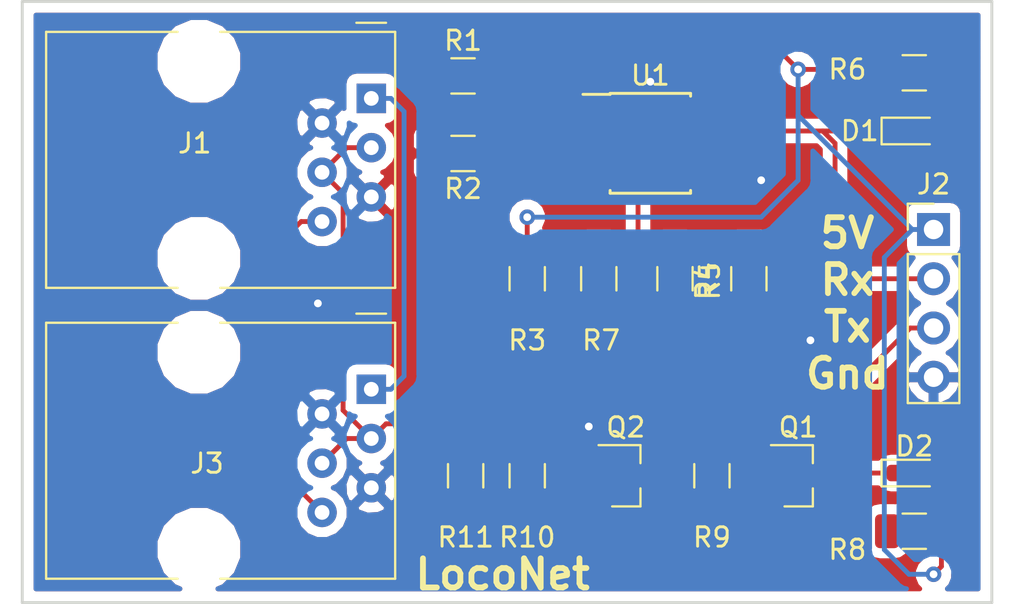
<source format=kicad_pcb>
(kicad_pcb (version 20171130) (host pcbnew "(5.0.2)-1")

  (general
    (thickness 1.6)
    (drawings 6)
    (tracks 110)
    (zones 0)
    (modules 19)
    (nets 18)
  )

  (page A4)
  (layers
    (0 F.Cu signal)
    (31 B.Cu signal)
    (32 B.Adhes user)
    (33 F.Adhes user)
    (34 B.Paste user)
    (35 F.Paste user)
    (36 B.SilkS user)
    (37 F.SilkS user)
    (38 B.Mask user)
    (39 F.Mask user)
    (40 Dwgs.User user)
    (41 Cmts.User user)
    (42 Eco1.User user)
    (43 Eco2.User user)
    (44 Edge.Cuts user)
    (45 Margin user)
    (46 B.CrtYd user)
    (47 F.CrtYd user)
    (48 B.Fab user)
    (49 F.Fab user)
  )

  (setup
    (last_trace_width 0.25)
    (trace_clearance 0.2)
    (zone_clearance 0.508)
    (zone_45_only no)
    (trace_min 0.2)
    (segment_width 0.2)
    (edge_width 0.15)
    (via_size 0.8)
    (via_drill 0.4)
    (via_min_size 0.4)
    (via_min_drill 0.3)
    (uvia_size 0.3)
    (uvia_drill 0.1)
    (uvias_allowed no)
    (uvia_min_size 0.2)
    (uvia_min_drill 0.1)
    (pcb_text_width 0.3)
    (pcb_text_size 1.5 1.5)
    (mod_edge_width 0.15)
    (mod_text_size 1 1)
    (mod_text_width 0.15)
    (pad_size 1.524 1.524)
    (pad_drill 0.762)
    (pad_to_mask_clearance 0.051)
    (solder_mask_min_width 0.25)
    (aux_axis_origin 0 0)
    (visible_elements 7FFFFFFF)
    (pcbplotparams
      (layerselection 0x010fc_ffffffff)
      (usegerberextensions false)
      (usegerberattributes false)
      (usegerberadvancedattributes false)
      (creategerberjobfile false)
      (excludeedgelayer true)
      (linewidth 0.100000)
      (plotframeref false)
      (viasonmask false)
      (mode 1)
      (useauxorigin false)
      (hpglpennumber 1)
      (hpglpenspeed 20)
      (hpglpendiameter 15.000000)
      (psnegative false)
      (psa4output false)
      (plotreference true)
      (plotvalue true)
      (plotinvisibletext false)
      (padsonsilk false)
      (subtractmaskfromsilk false)
      (outputformat 1)
      (mirror false)
      (drillshape 1)
      (scaleselection 1)
      (outputdirectory ""))
  )

  (net 0 "")
  (net 1 /RX)
  (net 2 "Net-(D1-Pad2)")
  (net 3 "Net-(D2-Pad2)")
  (net 4 "Net-(D2-Pad1)")
  (net 5 "Net-(J1-Pad6)")
  (net 6 GND)
  (net 7 /loconet)
  (net 8 "Net-(J1-Pad1)")
  (net 9 +5V)
  (net 10 /TX)
  (net 11 "Net-(Q2-Pad2)")
  (net 12 "Net-(Q2-Pad1)")
  (net 13 "Net-(R1-Pad2)")
  (net 14 "Net-(R4-Pad2)")
  (net 15 "Net-(U1-Pad5)")
  (net 16 "Net-(U1-Pad6)")
  (net 17 "Net-(Q1-Pad1)")

  (net_class Default "Esta es la clase de red por defecto."
    (clearance 0.2)
    (trace_width 0.25)
    (via_dia 0.8)
    (via_drill 0.4)
    (uvia_dia 0.3)
    (uvia_drill 0.1)
    (add_net +5V)
    (add_net /RX)
    (add_net /TX)
    (add_net /loconet)
    (add_net GND)
    (add_net "Net-(D1-Pad2)")
    (add_net "Net-(D2-Pad1)")
    (add_net "Net-(D2-Pad2)")
    (add_net "Net-(J1-Pad1)")
    (add_net "Net-(J1-Pad6)")
    (add_net "Net-(Q1-Pad1)")
    (add_net "Net-(Q2-Pad1)")
    (add_net "Net-(Q2-Pad2)")
    (add_net "Net-(R1-Pad2)")
    (add_net "Net-(R4-Pad2)")
    (add_net "Net-(U1-Pad5)")
    (add_net "Net-(U1-Pad6)")
  )

  (module Connector_RJ:RJ12_Amphenol_54601 (layer F.Cu) (tedit 5AE2E32D) (tstamp 5C6F9BC3)
    (at 58 105 270)
    (descr "RJ12 connector  https://cdn.amphenol-icc.com/media/wysiwyg/files/drawing/c-bmj-0082.pdf")
    (tags "RJ12 connector")
    (path /5C63001D)
    (fp_text reference J1 (at 2.315 9.105) (layer F.SilkS)
      (effects (font (size 1 1) (thickness 0.15)))
    )
    (fp_text value RJ12 (at 3.54 18.3 270) (layer F.Fab)
      (effects (font (size 1 1) (thickness 0.15)))
    )
    (fp_line (start -3.43 -0.48) (end -3.43 -1.23) (layer F.Fab) (width 0.1))
    (fp_line (start -2.93 0.02) (end -3.43 -0.48) (layer F.Fab) (width 0.1))
    (fp_line (start -3.43 0.52) (end -2.93 0.02) (layer F.Fab) (width 0.1))
    (fp_line (start -3.9 0.77) (end -3.9 -0.76) (layer F.SilkS) (width 0.12))
    (fp_line (start -3.43 7.79) (end -3.43 -1.23) (layer F.SilkS) (width 0.12))
    (fp_line (start -3.43 7.72) (end -3.43 7.79) (layer F.SilkS) (width 0.1))
    (fp_line (start -3.43 16.77) (end -3.43 9.99) (layer F.SilkS) (width 0.12))
    (fp_line (start 9.77 16.77) (end -3.43 16.77) (layer F.SilkS) (width 0.12))
    (fp_line (start 9.77 16.76) (end 9.77 16.77) (layer F.SilkS) (width 0.1))
    (fp_line (start 9.77 16.77) (end 9.77 9.99) (layer F.SilkS) (width 0.12))
    (fp_line (start 9.77 16.65) (end 9.77 16.77) (layer F.SilkS) (width 0.1))
    (fp_line (start 9.77 -1.23) (end 9.77 7.79) (layer F.SilkS) (width 0.12))
    (fp_line (start -3.43 -1.23) (end 9.77 -1.23) (layer F.SilkS) (width 0.12))
    (fp_line (start -4.04 17.27) (end -4.04 -1.73) (layer F.CrtYd) (width 0.05))
    (fp_line (start 10.38 17.27) (end -4.04 17.27) (layer F.CrtYd) (width 0.05))
    (fp_line (start 10.38 -1.73) (end 10.38 17.27) (layer F.CrtYd) (width 0.05))
    (fp_line (start -4.04 -1.73) (end 10.38 -1.73) (layer F.CrtYd) (width 0.05))
    (fp_line (start 9.77 16.77) (end -3.43 16.77) (layer F.Fab) (width 0.1))
    (fp_line (start 9.77 -1.23) (end 9.77 16.77) (layer F.Fab) (width 0.1))
    (fp_line (start -3.43 -1.23) (end 9.77 -1.23) (layer F.Fab) (width 0.1))
    (fp_line (start -3.43 16.77) (end -3.43 0.52) (layer F.Fab) (width 0.1))
    (fp_text user %R (at 3.16 7.76 270) (layer F.Fab)
      (effects (font (size 1 1) (thickness 0.15)))
    )
    (pad "" np_thru_hole circle (at 8.25 8.89 270) (size 3.25 3.25) (drill 3.25) (layers *.Cu *.Mask))
    (pad 6 thru_hole circle (at 6.35 2.54 270) (size 1.52 1.52) (drill 0.76) (layers *.Cu *.Mask)
      (net 5 "Net-(J1-Pad6)"))
    (pad 5 thru_hole circle (at 5.08 0 270) (size 1.52 1.52) (drill 0.76) (layers *.Cu *.Mask)
      (net 6 GND))
    (pad 4 thru_hole circle (at 3.81 2.54 270) (size 1.52 1.52) (drill 0.76) (layers *.Cu *.Mask)
      (net 7 /loconet))
    (pad 3 thru_hole circle (at 2.54 0 270) (size 1.52 1.52) (drill 0.76) (layers *.Cu *.Mask)
      (net 7 /loconet))
    (pad 2 thru_hole circle (at 1.27 2.54 270) (size 1.52 1.52) (drill 0.76) (layers *.Cu *.Mask)
      (net 6 GND))
    (pad "" np_thru_hole circle (at -1.91 8.89 270) (size 3.25 3.25) (drill 3.25) (layers *.Cu *.Mask))
    (pad 1 thru_hole rect (at 0 0 270) (size 1.52 1.52) (drill 0.76) (layers *.Cu *.Mask)
      (net 8 "Net-(J1-Pad1)"))
    (model ${KISYS3DMOD}/Connector_RJ.3dshapes/RJ12_Amphenol_54601.wrl
      (at (xyz 0 0 0))
      (scale (xyz 1 1 1))
      (rotate (xyz 0 0 0))
    )
    (model ${KISYS3DMOD}/Connector_RJ.3dshapes/RJ12_Amphenol_54601.step
      (offset (xyz 3.2 -16.75 0))
      (scale (xyz 1 1 1))
      (rotate (xyz -90 0 0))
    )
  )

  (module Package_TO_SOT_SMD:SOT-23 (layer F.Cu) (tedit 5A02FF57) (tstamp 5C71F1D6)
    (at 71.12 124.46)
    (descr "SOT-23, Standard")
    (tags SOT-23)
    (path /5C656883)
    (attr smd)
    (fp_text reference Q2 (at 0 -2.5) (layer F.SilkS)
      (effects (font (size 1 1) (thickness 0.15)))
    )
    (fp_text value BC849 (at 0 2.5) (layer F.Fab)
      (effects (font (size 1 1) (thickness 0.15)))
    )
    (fp_line (start 0.76 1.58) (end -0.7 1.58) (layer F.SilkS) (width 0.12))
    (fp_line (start 0.76 -1.58) (end -1.4 -1.58) (layer F.SilkS) (width 0.12))
    (fp_line (start -1.7 1.75) (end -1.7 -1.75) (layer F.CrtYd) (width 0.05))
    (fp_line (start 1.7 1.75) (end -1.7 1.75) (layer F.CrtYd) (width 0.05))
    (fp_line (start 1.7 -1.75) (end 1.7 1.75) (layer F.CrtYd) (width 0.05))
    (fp_line (start -1.7 -1.75) (end 1.7 -1.75) (layer F.CrtYd) (width 0.05))
    (fp_line (start 0.76 -1.58) (end 0.76 -0.65) (layer F.SilkS) (width 0.12))
    (fp_line (start 0.76 1.58) (end 0.76 0.65) (layer F.SilkS) (width 0.12))
    (fp_line (start -0.7 1.52) (end 0.7 1.52) (layer F.Fab) (width 0.1))
    (fp_line (start 0.7 -1.52) (end 0.7 1.52) (layer F.Fab) (width 0.1))
    (fp_line (start -0.7 -0.95) (end -0.15 -1.52) (layer F.Fab) (width 0.1))
    (fp_line (start -0.15 -1.52) (end 0.7 -1.52) (layer F.Fab) (width 0.1))
    (fp_line (start -0.7 -0.95) (end -0.7 1.5) (layer F.Fab) (width 0.1))
    (fp_text user %R (at 0 0 90) (layer F.Fab)
      (effects (font (size 0.5 0.5) (thickness 0.075)))
    )
    (pad 3 smd rect (at 1 0) (size 0.9 0.8) (layers F.Cu F.Paste F.Mask)
      (net 7 /loconet))
    (pad 2 smd rect (at -1 0.95) (size 0.9 0.8) (layers F.Cu F.Paste F.Mask)
      (net 11 "Net-(Q2-Pad2)"))
    (pad 1 smd rect (at -1 -0.95) (size 0.9 0.8) (layers F.Cu F.Paste F.Mask)
      (net 12 "Net-(Q2-Pad1)"))
    (model ${KISYS3DMOD}/Package_TO_SOT_SMD.3dshapes/SOT-23.wrl
      (at (xyz 0 0 0))
      (scale (xyz 1 1 1))
      (rotate (xyz 0 0 0))
    )
  )

  (module Package_TO_SOT_SMD:SOT-23 (layer F.Cu) (tedit 5A02FF57) (tstamp 5C71F1C2)
    (at 80.01 124.46)
    (descr "SOT-23, Standard")
    (tags SOT-23)
    (path /5C6567E8)
    (attr smd)
    (fp_text reference Q1 (at 0 -2.5) (layer F.SilkS)
      (effects (font (size 1 1) (thickness 0.15)))
    )
    (fp_text value BC849 (at 0 2.5) (layer F.Fab)
      (effects (font (size 1 1) (thickness 0.15)))
    )
    (fp_text user %R (at 0 0 90) (layer F.Fab)
      (effects (font (size 0.5 0.5) (thickness 0.075)))
    )
    (fp_line (start -0.7 -0.95) (end -0.7 1.5) (layer F.Fab) (width 0.1))
    (fp_line (start -0.15 -1.52) (end 0.7 -1.52) (layer F.Fab) (width 0.1))
    (fp_line (start -0.7 -0.95) (end -0.15 -1.52) (layer F.Fab) (width 0.1))
    (fp_line (start 0.7 -1.52) (end 0.7 1.52) (layer F.Fab) (width 0.1))
    (fp_line (start -0.7 1.52) (end 0.7 1.52) (layer F.Fab) (width 0.1))
    (fp_line (start 0.76 1.58) (end 0.76 0.65) (layer F.SilkS) (width 0.12))
    (fp_line (start 0.76 -1.58) (end 0.76 -0.65) (layer F.SilkS) (width 0.12))
    (fp_line (start -1.7 -1.75) (end 1.7 -1.75) (layer F.CrtYd) (width 0.05))
    (fp_line (start 1.7 -1.75) (end 1.7 1.75) (layer F.CrtYd) (width 0.05))
    (fp_line (start 1.7 1.75) (end -1.7 1.75) (layer F.CrtYd) (width 0.05))
    (fp_line (start -1.7 1.75) (end -1.7 -1.75) (layer F.CrtYd) (width 0.05))
    (fp_line (start 0.76 -1.58) (end -1.4 -1.58) (layer F.SilkS) (width 0.12))
    (fp_line (start 0.76 1.58) (end -0.7 1.58) (layer F.SilkS) (width 0.12))
    (pad 1 smd rect (at -1 -0.95) (size 0.9 0.8) (layers F.Cu F.Paste F.Mask)
      (net 17 "Net-(Q1-Pad1)"))
    (pad 2 smd rect (at -1 0.95) (size 0.9 0.8) (layers F.Cu F.Paste F.Mask)
      (net 6 GND))
    (pad 3 smd rect (at 1 0) (size 0.9 0.8) (layers F.Cu F.Paste F.Mask)
      (net 4 "Net-(D2-Pad1)"))
    (model ${KISYS3DMOD}/Package_TO_SOT_SMD.3dshapes/SOT-23.wrl
      (at (xyz 0 0 0))
      (scale (xyz 1 1 1))
      (rotate (xyz 0 0 0))
    )
  )

  (module Connector_PinHeader_2.54mm:PinHeader_1x04_P2.54mm_Vertical (layer F.Cu) (tedit 59FED5CC) (tstamp 5C6F9B74)
    (at 86.995 111.76)
    (descr "Through hole straight pin header, 1x04, 2.54mm pitch, single row")
    (tags "Through hole pin header THT 1x04 2.54mm single row")
    (path /5C636CE3)
    (fp_text reference J2 (at 0 -2.33) (layer F.SilkS)
      (effects (font (size 1 1) (thickness 0.15)))
    )
    (fp_text value Conn_01x04 (at 0 9.95) (layer F.Fab)
      (effects (font (size 1 1) (thickness 0.15)))
    )
    (fp_line (start -0.635 -1.27) (end 1.27 -1.27) (layer F.Fab) (width 0.1))
    (fp_line (start 1.27 -1.27) (end 1.27 8.89) (layer F.Fab) (width 0.1))
    (fp_line (start 1.27 8.89) (end -1.27 8.89) (layer F.Fab) (width 0.1))
    (fp_line (start -1.27 8.89) (end -1.27 -0.635) (layer F.Fab) (width 0.1))
    (fp_line (start -1.27 -0.635) (end -0.635 -1.27) (layer F.Fab) (width 0.1))
    (fp_line (start -1.33 8.95) (end 1.33 8.95) (layer F.SilkS) (width 0.12))
    (fp_line (start -1.33 1.27) (end -1.33 8.95) (layer F.SilkS) (width 0.12))
    (fp_line (start 1.33 1.27) (end 1.33 8.95) (layer F.SilkS) (width 0.12))
    (fp_line (start -1.33 1.27) (end 1.33 1.27) (layer F.SilkS) (width 0.12))
    (fp_line (start -1.33 0) (end -1.33 -1.33) (layer F.SilkS) (width 0.12))
    (fp_line (start -1.33 -1.33) (end 0 -1.33) (layer F.SilkS) (width 0.12))
    (fp_line (start -1.8 -1.8) (end -1.8 9.4) (layer F.CrtYd) (width 0.05))
    (fp_line (start -1.8 9.4) (end 1.8 9.4) (layer F.CrtYd) (width 0.05))
    (fp_line (start 1.8 9.4) (end 1.8 -1.8) (layer F.CrtYd) (width 0.05))
    (fp_line (start 1.8 -1.8) (end -1.8 -1.8) (layer F.CrtYd) (width 0.05))
    (fp_text user %R (at 0 3.81 90) (layer F.Fab)
      (effects (font (size 1 1) (thickness 0.15)))
    )
    (pad 1 thru_hole rect (at 0 0) (size 1.7 1.7) (drill 1) (layers *.Cu *.Mask)
      (net 9 +5V))
    (pad 2 thru_hole oval (at 0 2.54) (size 1.7 1.7) (drill 1) (layers *.Cu *.Mask)
      (net 1 /RX))
    (pad 3 thru_hole oval (at 0 5.08) (size 1.7 1.7) (drill 1) (layers *.Cu *.Mask)
      (net 10 /TX))
    (pad 4 thru_hole oval (at 0 7.62) (size 1.7 1.7) (drill 1) (layers *.Cu *.Mask)
      (net 6 GND))
    (model ${KISYS3DMOD}/Connector_PinHeader_2.54mm.3dshapes/PinHeader_1x04_P2.54mm_Vertical.wrl
      (at (xyz 0 0 0))
      (scale (xyz 1 1 1))
      (rotate (xyz 0 0 0))
    )
  )

  (module LED_SMD:LED_0603_1608Metric_Castellated (layer F.Cu) (tedit 5B301BBE) (tstamp 5C6F9C4D)
    (at 86 106.68)
    (descr "LED SMD 0603 (1608 Metric), castellated end terminal, IPC_7351 nominal, (Body size source: http://www.tortai-tech.com/upload/download/2011102023233369053.pdf), generated with kicad-footprint-generator")
    (tags "LED castellated")
    (path /5C639760)
    (attr smd)
    (fp_text reference D1 (at -2.815 0) (layer F.SilkS)
      (effects (font (size 1 1) (thickness 0.15)))
    )
    (fp_text value LED (at 0 1.38) (layer F.Fab)
      (effects (font (size 1 1) (thickness 0.15)))
    )
    (fp_line (start 0.8 -0.4) (end -0.5 -0.4) (layer F.Fab) (width 0.1))
    (fp_line (start -0.5 -0.4) (end -0.8 -0.1) (layer F.Fab) (width 0.1))
    (fp_line (start -0.8 -0.1) (end -0.8 0.4) (layer F.Fab) (width 0.1))
    (fp_line (start -0.8 0.4) (end 0.8 0.4) (layer F.Fab) (width 0.1))
    (fp_line (start 0.8 0.4) (end 0.8 -0.4) (layer F.Fab) (width 0.1))
    (fp_line (start 0.8 -0.685) (end -1.685 -0.685) (layer F.SilkS) (width 0.12))
    (fp_line (start -1.685 -0.685) (end -1.685 0.685) (layer F.SilkS) (width 0.12))
    (fp_line (start -1.685 0.685) (end 0.8 0.685) (layer F.SilkS) (width 0.12))
    (fp_line (start -1.68 0.68) (end -1.68 -0.68) (layer F.CrtYd) (width 0.05))
    (fp_line (start -1.68 -0.68) (end 1.68 -0.68) (layer F.CrtYd) (width 0.05))
    (fp_line (start 1.68 -0.68) (end 1.68 0.68) (layer F.CrtYd) (width 0.05))
    (fp_line (start 1.68 0.68) (end -1.68 0.68) (layer F.CrtYd) (width 0.05))
    (fp_text user %R (at 0 0) (layer F.Fab)
      (effects (font (size 0.4 0.4) (thickness 0.06)))
    )
    (pad 1 smd roundrect (at -0.8125 0) (size 1.225 0.85) (layers F.Cu F.Paste F.Mask) (roundrect_rratio 0.25)
      (net 1 /RX))
    (pad 2 smd roundrect (at 0.8125 0) (size 1.225 0.85) (layers F.Cu F.Paste F.Mask) (roundrect_rratio 0.25)
      (net 2 "Net-(D1-Pad2)"))
    (model ${KISYS3DMOD}/LED_SMD.3dshapes/LED_0603_1608Metric_Castellated.wrl
      (at (xyz 0 0 0))
      (scale (xyz 1 1 1))
      (rotate (xyz 0 0 0))
    )
  )

  (module LED_SMD:LED_0603_1608Metric_Castellated (layer F.Cu) (tedit 5B301BBE) (tstamp 5C6F9C17)
    (at 86 124.32)
    (descr "LED SMD 0603 (1608 Metric), castellated end terminal, IPC_7351 nominal, (Body size source: http://www.tortai-tech.com/upload/download/2011102023233369053.pdf), generated with kicad-footprint-generator")
    (tags "LED castellated")
    (path /5C640DD4)
    (attr smd)
    (fp_text reference D2 (at 0 -1.38) (layer F.SilkS)
      (effects (font (size 1 1) (thickness 0.15)))
    )
    (fp_text value LED (at 0 1.38) (layer F.Fab)
      (effects (font (size 1 1) (thickness 0.15)))
    )
    (fp_text user %R (at 0 0) (layer F.Fab)
      (effects (font (size 0.4 0.4) (thickness 0.06)))
    )
    (fp_line (start 1.68 0.68) (end -1.68 0.68) (layer F.CrtYd) (width 0.05))
    (fp_line (start 1.68 -0.68) (end 1.68 0.68) (layer F.CrtYd) (width 0.05))
    (fp_line (start -1.68 -0.68) (end 1.68 -0.68) (layer F.CrtYd) (width 0.05))
    (fp_line (start -1.68 0.68) (end -1.68 -0.68) (layer F.CrtYd) (width 0.05))
    (fp_line (start -1.685 0.685) (end 0.8 0.685) (layer F.SilkS) (width 0.12))
    (fp_line (start -1.685 -0.685) (end -1.685 0.685) (layer F.SilkS) (width 0.12))
    (fp_line (start 0.8 -0.685) (end -1.685 -0.685) (layer F.SilkS) (width 0.12))
    (fp_line (start 0.8 0.4) (end 0.8 -0.4) (layer F.Fab) (width 0.1))
    (fp_line (start -0.8 0.4) (end 0.8 0.4) (layer F.Fab) (width 0.1))
    (fp_line (start -0.8 -0.1) (end -0.8 0.4) (layer F.Fab) (width 0.1))
    (fp_line (start -0.5 -0.4) (end -0.8 -0.1) (layer F.Fab) (width 0.1))
    (fp_line (start 0.8 -0.4) (end -0.5 -0.4) (layer F.Fab) (width 0.1))
    (pad 2 smd roundrect (at 0.8125 0) (size 1.225 0.85) (layers F.Cu F.Paste F.Mask) (roundrect_rratio 0.25)
      (net 3 "Net-(D2-Pad2)"))
    (pad 1 smd roundrect (at -0.8125 0) (size 1.225 0.85) (layers F.Cu F.Paste F.Mask) (roundrect_rratio 0.25)
      (net 4 "Net-(D2-Pad1)"))
    (model ${KISYS3DMOD}/LED_SMD.3dshapes/LED_0603_1608Metric_Castellated.wrl
      (at (xyz 0 0 0))
      (scale (xyz 1 1 1))
      (rotate (xyz 0 0 0))
    )
  )

  (module Connector_RJ:RJ12_Amphenol_54601 (layer F.Cu) (tedit 5AE2E32D) (tstamp 5C6F9B1B)
    (at 58 120 270)
    (descr "RJ12 connector  https://cdn.amphenol-icc.com/media/wysiwyg/files/drawing/c-bmj-0082.pdf")
    (tags "RJ12 connector")
    (path /5C63008F)
    (fp_text reference J3 (at 3.825 8.47) (layer F.SilkS)
      (effects (font (size 1 1) (thickness 0.15)))
    )
    (fp_text value RJ12 (at 3.54 18.3 270) (layer F.Fab)
      (effects (font (size 1 1) (thickness 0.15)))
    )
    (fp_text user %R (at 3.16 7.76 270) (layer F.Fab)
      (effects (font (size 1 1) (thickness 0.15)))
    )
    (fp_line (start -3.43 16.77) (end -3.43 0.52) (layer F.Fab) (width 0.1))
    (fp_line (start -3.43 -1.23) (end 9.77 -1.23) (layer F.Fab) (width 0.1))
    (fp_line (start 9.77 -1.23) (end 9.77 16.77) (layer F.Fab) (width 0.1))
    (fp_line (start 9.77 16.77) (end -3.43 16.77) (layer F.Fab) (width 0.1))
    (fp_line (start -4.04 -1.73) (end 10.38 -1.73) (layer F.CrtYd) (width 0.05))
    (fp_line (start 10.38 -1.73) (end 10.38 17.27) (layer F.CrtYd) (width 0.05))
    (fp_line (start 10.38 17.27) (end -4.04 17.27) (layer F.CrtYd) (width 0.05))
    (fp_line (start -4.04 17.27) (end -4.04 -1.73) (layer F.CrtYd) (width 0.05))
    (fp_line (start -3.43 -1.23) (end 9.77 -1.23) (layer F.SilkS) (width 0.12))
    (fp_line (start 9.77 -1.23) (end 9.77 7.79) (layer F.SilkS) (width 0.12))
    (fp_line (start 9.77 16.65) (end 9.77 16.77) (layer F.SilkS) (width 0.1))
    (fp_line (start 9.77 16.77) (end 9.77 9.99) (layer F.SilkS) (width 0.12))
    (fp_line (start 9.77 16.76) (end 9.77 16.77) (layer F.SilkS) (width 0.1))
    (fp_line (start 9.77 16.77) (end -3.43 16.77) (layer F.SilkS) (width 0.12))
    (fp_line (start -3.43 16.77) (end -3.43 9.99) (layer F.SilkS) (width 0.12))
    (fp_line (start -3.43 7.72) (end -3.43 7.79) (layer F.SilkS) (width 0.1))
    (fp_line (start -3.43 7.79) (end -3.43 -1.23) (layer F.SilkS) (width 0.12))
    (fp_line (start -3.9 0.77) (end -3.9 -0.76) (layer F.SilkS) (width 0.12))
    (fp_line (start -3.43 0.52) (end -2.93 0.02) (layer F.Fab) (width 0.1))
    (fp_line (start -2.93 0.02) (end -3.43 -0.48) (layer F.Fab) (width 0.1))
    (fp_line (start -3.43 -0.48) (end -3.43 -1.23) (layer F.Fab) (width 0.1))
    (pad 1 thru_hole rect (at 0 0 270) (size 1.52 1.52) (drill 0.76) (layers *.Cu *.Mask)
      (net 8 "Net-(J1-Pad1)"))
    (pad "" np_thru_hole circle (at -1.91 8.89 270) (size 3.25 3.25) (drill 3.25) (layers *.Cu *.Mask))
    (pad 2 thru_hole circle (at 1.27 2.54 270) (size 1.52 1.52) (drill 0.76) (layers *.Cu *.Mask)
      (net 6 GND))
    (pad 3 thru_hole circle (at 2.54 0 270) (size 1.52 1.52) (drill 0.76) (layers *.Cu *.Mask)
      (net 7 /loconet))
    (pad 4 thru_hole circle (at 3.81 2.54 270) (size 1.52 1.52) (drill 0.76) (layers *.Cu *.Mask)
      (net 7 /loconet))
    (pad 5 thru_hole circle (at 5.08 0 270) (size 1.52 1.52) (drill 0.76) (layers *.Cu *.Mask)
      (net 6 GND))
    (pad 6 thru_hole circle (at 6.35 2.54 270) (size 1.52 1.52) (drill 0.76) (layers *.Cu *.Mask)
      (net 5 "Net-(J1-Pad6)"))
    (pad "" np_thru_hole circle (at 8.25 8.89 270) (size 3.25 3.25) (drill 3.25) (layers *.Cu *.Mask))
    (model ${KISYS3DMOD}/Connector_RJ.3dshapes/RJ12_Amphenol_54601.wrl
      (at (xyz 0 0 0))
      (scale (xyz 1 1 1))
      (rotate (xyz 0 0 0))
    )
    (model ${KISYS3DMOD}/Connector_RJ.3dshapes/RJ12_Amphenol_54601.step
      (offset (xyz 3.2 -16.75 0))
      (scale (xyz 1 1 1))
      (rotate (xyz -90 0 0))
    )
  )

  (module Resistor_SMD:R_1206_3216Metric (layer F.Cu) (tedit 5B301BBD) (tstamp 5C6F9A74)
    (at 62.73 103.84)
    (descr "Resistor SMD 1206 (3216 Metric), square (rectangular) end terminal, IPC_7351 nominal, (Body size source: http://www.tortai-tech.com/upload/download/2011102023233369053.pdf), generated with kicad-footprint-generator")
    (tags resistor)
    (path /5C633253)
    (attr smd)
    (fp_text reference R1 (at 0 -1.82) (layer F.SilkS)
      (effects (font (size 1 1) (thickness 0.15)))
    )
    (fp_text value 10K (at 0 1.82) (layer F.Fab)
      (effects (font (size 1 1) (thickness 0.15)))
    )
    (fp_text user %R (at 0 0) (layer F.Fab)
      (effects (font (size 0.8 0.8) (thickness 0.12)))
    )
    (fp_line (start 2.28 1.12) (end -2.28 1.12) (layer F.CrtYd) (width 0.05))
    (fp_line (start 2.28 -1.12) (end 2.28 1.12) (layer F.CrtYd) (width 0.05))
    (fp_line (start -2.28 -1.12) (end 2.28 -1.12) (layer F.CrtYd) (width 0.05))
    (fp_line (start -2.28 1.12) (end -2.28 -1.12) (layer F.CrtYd) (width 0.05))
    (fp_line (start -0.602064 0.91) (end 0.602064 0.91) (layer F.SilkS) (width 0.12))
    (fp_line (start -0.602064 -0.91) (end 0.602064 -0.91) (layer F.SilkS) (width 0.12))
    (fp_line (start 1.6 0.8) (end -1.6 0.8) (layer F.Fab) (width 0.1))
    (fp_line (start 1.6 -0.8) (end 1.6 0.8) (layer F.Fab) (width 0.1))
    (fp_line (start -1.6 -0.8) (end 1.6 -0.8) (layer F.Fab) (width 0.1))
    (fp_line (start -1.6 0.8) (end -1.6 -0.8) (layer F.Fab) (width 0.1))
    (pad 2 smd roundrect (at 1.4 0) (size 1.25 1.75) (layers F.Cu F.Paste F.Mask) (roundrect_rratio 0.2)
      (net 13 "Net-(R1-Pad2)"))
    (pad 1 smd roundrect (at -1.4 0) (size 1.25 1.75) (layers F.Cu F.Paste F.Mask) (roundrect_rratio 0.2)
      (net 9 +5V))
    (model ${KISYS3DMOD}/Resistor_SMD.3dshapes/R_1206_3216Metric.wrl
      (at (xyz 0 0 0))
      (scale (xyz 1 1 1))
      (rotate (xyz 0 0 0))
    )
  )

  (module Resistor_SMD:R_1206_3216Metric (layer F.Cu) (tedit 5B301BBD) (tstamp 5C6F9A44)
    (at 62.73 107.84 180)
    (descr "Resistor SMD 1206 (3216 Metric), square (rectangular) end terminal, IPC_7351 nominal, (Body size source: http://www.tortai-tech.com/upload/download/2011102023233369053.pdf), generated with kicad-footprint-generator")
    (tags resistor)
    (path /5C633275)
    (attr smd)
    (fp_text reference R2 (at 0 -1.82 180) (layer F.SilkS)
      (effects (font (size 1 1) (thickness 0.15)))
    )
    (fp_text value 22K (at 0 1.82 180) (layer F.Fab)
      (effects (font (size 1 1) (thickness 0.15)))
    )
    (fp_line (start -1.6 0.8) (end -1.6 -0.8) (layer F.Fab) (width 0.1))
    (fp_line (start -1.6 -0.8) (end 1.6 -0.8) (layer F.Fab) (width 0.1))
    (fp_line (start 1.6 -0.8) (end 1.6 0.8) (layer F.Fab) (width 0.1))
    (fp_line (start 1.6 0.8) (end -1.6 0.8) (layer F.Fab) (width 0.1))
    (fp_line (start -0.602064 -0.91) (end 0.602064 -0.91) (layer F.SilkS) (width 0.12))
    (fp_line (start -0.602064 0.91) (end 0.602064 0.91) (layer F.SilkS) (width 0.12))
    (fp_line (start -2.28 1.12) (end -2.28 -1.12) (layer F.CrtYd) (width 0.05))
    (fp_line (start -2.28 -1.12) (end 2.28 -1.12) (layer F.CrtYd) (width 0.05))
    (fp_line (start 2.28 -1.12) (end 2.28 1.12) (layer F.CrtYd) (width 0.05))
    (fp_line (start 2.28 1.12) (end -2.28 1.12) (layer F.CrtYd) (width 0.05))
    (fp_text user %R (at 0 0 180) (layer F.Fab)
      (effects (font (size 0.8 0.8) (thickness 0.12)))
    )
    (pad 1 smd roundrect (at -1.4 0 180) (size 1.25 1.75) (layers F.Cu F.Paste F.Mask) (roundrect_rratio 0.2)
      (net 13 "Net-(R1-Pad2)"))
    (pad 2 smd roundrect (at 1.4 0 180) (size 1.25 1.75) (layers F.Cu F.Paste F.Mask) (roundrect_rratio 0.2)
      (net 6 GND))
    (model ${KISYS3DMOD}/Resistor_SMD.3dshapes/R_1206_3216Metric.wrl
      (at (xyz 0 0 0))
      (scale (xyz 1 1 1))
      (rotate (xyz 0 0 0))
    )
  )

  (module Resistor_SMD:R_1206_3216Metric (layer F.Cu) (tedit 5B301BBD) (tstamp 5C6F9A14)
    (at 66.04 114.3 90)
    (descr "Resistor SMD 1206 (3216 Metric), square (rectangular) end terminal, IPC_7351 nominal, (Body size source: http://www.tortai-tech.com/upload/download/2011102023233369053.pdf), generated with kicad-footprint-generator")
    (tags resistor)
    (path /5C63963C)
    (attr smd)
    (fp_text reference R3 (at -3.175 0 180) (layer F.SilkS)
      (effects (font (size 1 1) (thickness 0.15)))
    )
    (fp_text value 1K (at 0 1.82 90) (layer F.Fab)
      (effects (font (size 1 1) (thickness 0.15)))
    )
    (fp_text user %R (at 0 0 90) (layer F.Fab)
      (effects (font (size 0.8 0.8) (thickness 0.12)))
    )
    (fp_line (start 2.28 1.12) (end -2.28 1.12) (layer F.CrtYd) (width 0.05))
    (fp_line (start 2.28 -1.12) (end 2.28 1.12) (layer F.CrtYd) (width 0.05))
    (fp_line (start -2.28 -1.12) (end 2.28 -1.12) (layer F.CrtYd) (width 0.05))
    (fp_line (start -2.28 1.12) (end -2.28 -1.12) (layer F.CrtYd) (width 0.05))
    (fp_line (start -0.602064 0.91) (end 0.602064 0.91) (layer F.SilkS) (width 0.12))
    (fp_line (start -0.602064 -0.91) (end 0.602064 -0.91) (layer F.SilkS) (width 0.12))
    (fp_line (start 1.6 0.8) (end -1.6 0.8) (layer F.Fab) (width 0.1))
    (fp_line (start 1.6 -0.8) (end 1.6 0.8) (layer F.Fab) (width 0.1))
    (fp_line (start -1.6 -0.8) (end 1.6 -0.8) (layer F.Fab) (width 0.1))
    (fp_line (start -1.6 0.8) (end -1.6 -0.8) (layer F.Fab) (width 0.1))
    (pad 2 smd roundrect (at 1.4 0 90) (size 1.25 1.75) (layers F.Cu F.Paste F.Mask) (roundrect_rratio 0.2)
      (net 9 +5V))
    (pad 1 smd roundrect (at -1.4 0 90) (size 1.25 1.75) (layers F.Cu F.Paste F.Mask) (roundrect_rratio 0.2)
      (net 1 /RX))
    (model ${KISYS3DMOD}/Resistor_SMD.3dshapes/R_1206_3216Metric.wrl
      (at (xyz 0 0 0))
      (scale (xyz 1 1 1))
      (rotate (xyz 0 0 0))
    )
  )

  (module Resistor_SMD:R_1206_3216Metric (layer F.Cu) (tedit 5B301BBD) (tstamp 5C6F99E4)
    (at 73.66 114.3 90)
    (descr "Resistor SMD 1206 (3216 Metric), square (rectangular) end terminal, IPC_7351 nominal, (Body size source: http://www.tortai-tech.com/upload/download/2011102023233369053.pdf), generated with kicad-footprint-generator")
    (tags resistor)
    (path /5C631E76)
    (attr smd)
    (fp_text reference R4 (at -0.12 1.605 90) (layer F.SilkS)
      (effects (font (size 1 1) (thickness 0.15)))
    )
    (fp_text value 47K (at 0 1.82 90) (layer F.Fab)
      (effects (font (size 1 1) (thickness 0.15)))
    )
    (fp_line (start -1.6 0.8) (end -1.6 -0.8) (layer F.Fab) (width 0.1))
    (fp_line (start -1.6 -0.8) (end 1.6 -0.8) (layer F.Fab) (width 0.1))
    (fp_line (start 1.6 -0.8) (end 1.6 0.8) (layer F.Fab) (width 0.1))
    (fp_line (start 1.6 0.8) (end -1.6 0.8) (layer F.Fab) (width 0.1))
    (fp_line (start -0.602064 -0.91) (end 0.602064 -0.91) (layer F.SilkS) (width 0.12))
    (fp_line (start -0.602064 0.91) (end 0.602064 0.91) (layer F.SilkS) (width 0.12))
    (fp_line (start -2.28 1.12) (end -2.28 -1.12) (layer F.CrtYd) (width 0.05))
    (fp_line (start -2.28 -1.12) (end 2.28 -1.12) (layer F.CrtYd) (width 0.05))
    (fp_line (start 2.28 -1.12) (end 2.28 1.12) (layer F.CrtYd) (width 0.05))
    (fp_line (start 2.28 1.12) (end -2.28 1.12) (layer F.CrtYd) (width 0.05))
    (fp_text user %R (at 0 0 90) (layer F.Fab)
      (effects (font (size 0.8 0.8) (thickness 0.12)))
    )
    (pad 1 smd roundrect (at -1.4 0 90) (size 1.25 1.75) (layers F.Cu F.Paste F.Mask) (roundrect_rratio 0.2)
      (net 7 /loconet))
    (pad 2 smd roundrect (at 1.4 0 90) (size 1.25 1.75) (layers F.Cu F.Paste F.Mask) (roundrect_rratio 0.2)
      (net 14 "Net-(R4-Pad2)"))
    (model ${KISYS3DMOD}/Resistor_SMD.3dshapes/R_1206_3216Metric.wrl
      (at (xyz 0 0 0))
      (scale (xyz 1 1 1))
      (rotate (xyz 0 0 0))
    )
  )

  (module Resistor_SMD:R_1206_3216Metric (layer F.Cu) (tedit 5C6415BD) (tstamp 5C6F99B4)
    (at 77.47 114.3 270)
    (descr "Resistor SMD 1206 (3216 Metric), square (rectangular) end terminal, IPC_7351 nominal, (Body size source: http://www.tortai-tech.com/upload/download/2011102023233369053.pdf), generated with kicad-footprint-generator")
    (tags resistor)
    (path /5C631EA9)
    (attr smd)
    (fp_text reference R5 (at 0.12 2.015 270) (layer F.SilkS)
      (effects (font (size 1 1) (thickness 0.15)))
    )
    (fp_text value 150K (at 0 1.82 270) (layer F.Fab)
      (effects (font (size 1 1) (thickness 0.15)))
    )
    (fp_text user %R (at 0 0 270) (layer F.Fab)
      (effects (font (size 0.8 0.8) (thickness 0.12)))
    )
    (fp_line (start 2.28 1.12) (end -2.28 1.12) (layer F.CrtYd) (width 0.05))
    (fp_line (start 2.28 -1.12) (end 2.28 1.12) (layer F.CrtYd) (width 0.05))
    (fp_line (start -2.28 -1.12) (end 2.28 -1.12) (layer F.CrtYd) (width 0.05))
    (fp_line (start -2.28 1.12) (end -2.28 -1.12) (layer F.CrtYd) (width 0.05))
    (fp_line (start -0.602064 0.91) (end 0.602064 0.91) (layer F.SilkS) (width 0.12))
    (fp_line (start -0.602064 -0.91) (end 0.602064 -0.91) (layer F.SilkS) (width 0.12))
    (fp_line (start 1.6 0.8) (end -1.6 0.8) (layer F.Fab) (width 0.1))
    (fp_line (start 1.6 -0.8) (end 1.6 0.8) (layer F.Fab) (width 0.1))
    (fp_line (start -1.6 -0.8) (end 1.6 -0.8) (layer F.Fab) (width 0.1))
    (fp_line (start -1.6 0.8) (end -1.6 -0.8) (layer F.Fab) (width 0.1))
    (pad 2 smd roundrect (at 1.4 0 270) (size 1.25 1.75) (layers F.Cu F.Paste F.Mask) (roundrect_rratio 0.2)
      (net 6 GND))
    (pad 1 smd roundrect (at -1.4 0 270) (size 1.25 1.75) (layers F.Cu F.Paste F.Mask) (roundrect_rratio 0.2)
      (net 14 "Net-(R4-Pad2)"))
    (model ${KISYS3DMOD}/Resistor_SMD.3dshapes/R_1206_3216Metric.wrl
      (at (xyz 0 0 0))
      (scale (xyz 1 1 1))
      (rotate (xyz 0 0 0))
    )
  )

  (module Resistor_SMD:R_1206_3216Metric (layer F.Cu) (tedit 5B301BBD) (tstamp 5C6F9984)
    (at 86 103.68 180)
    (descr "Resistor SMD 1206 (3216 Metric), square (rectangular) end terminal, IPC_7351 nominal, (Body size source: http://www.tortai-tech.com/upload/download/2011102023233369053.pdf), generated with kicad-footprint-generator")
    (tags resistor)
    (path /5C63966E)
    (attr smd)
    (fp_text reference R6 (at 3.45 0.175 180) (layer F.SilkS)
      (effects (font (size 1 1) (thickness 0.15)))
    )
    (fp_text value 470 (at 0 1.82 180) (layer F.Fab)
      (effects (font (size 1 1) (thickness 0.15)))
    )
    (fp_line (start -1.6 0.8) (end -1.6 -0.8) (layer F.Fab) (width 0.1))
    (fp_line (start -1.6 -0.8) (end 1.6 -0.8) (layer F.Fab) (width 0.1))
    (fp_line (start 1.6 -0.8) (end 1.6 0.8) (layer F.Fab) (width 0.1))
    (fp_line (start 1.6 0.8) (end -1.6 0.8) (layer F.Fab) (width 0.1))
    (fp_line (start -0.602064 -0.91) (end 0.602064 -0.91) (layer F.SilkS) (width 0.12))
    (fp_line (start -0.602064 0.91) (end 0.602064 0.91) (layer F.SilkS) (width 0.12))
    (fp_line (start -2.28 1.12) (end -2.28 -1.12) (layer F.CrtYd) (width 0.05))
    (fp_line (start -2.28 -1.12) (end 2.28 -1.12) (layer F.CrtYd) (width 0.05))
    (fp_line (start 2.28 -1.12) (end 2.28 1.12) (layer F.CrtYd) (width 0.05))
    (fp_line (start 2.28 1.12) (end -2.28 1.12) (layer F.CrtYd) (width 0.05))
    (fp_text user %R (at 0 0 180) (layer F.Fab)
      (effects (font (size 0.8 0.8) (thickness 0.12)))
    )
    (pad 1 smd roundrect (at -1.4 0 180) (size 1.25 1.75) (layers F.Cu F.Paste F.Mask) (roundrect_rratio 0.2)
      (net 2 "Net-(D1-Pad2)"))
    (pad 2 smd roundrect (at 1.4 0 180) (size 1.25 1.75) (layers F.Cu F.Paste F.Mask) (roundrect_rratio 0.2)
      (net 9 +5V))
    (model ${KISYS3DMOD}/Resistor_SMD.3dshapes/R_1206_3216Metric.wrl
      (at (xyz 0 0 0))
      (scale (xyz 1 1 1))
      (rotate (xyz 0 0 0))
    )
  )

  (module Resistor_SMD:R_1206_3216Metric (layer F.Cu) (tedit 5B301BBD) (tstamp 5C6F9954)
    (at 69.73 114.3 90)
    (descr "Resistor SMD 1206 (3216 Metric), square (rectangular) end terminal, IPC_7351 nominal, (Body size source: http://www.tortai-tech.com/upload/download/2011102023233369053.pdf), generated with kicad-footprint-generator")
    (tags resistor)
    (path /5C631EC3)
    (attr smd)
    (fp_text reference R7 (at -3.175 0.12 180) (layer F.SilkS)
      (effects (font (size 1 1) (thickness 0.15)))
    )
    (fp_text value 220K (at 0 1.82 90) (layer F.Fab)
      (effects (font (size 1 1) (thickness 0.15)))
    )
    (fp_line (start -1.6 0.8) (end -1.6 -0.8) (layer F.Fab) (width 0.1))
    (fp_line (start -1.6 -0.8) (end 1.6 -0.8) (layer F.Fab) (width 0.1))
    (fp_line (start 1.6 -0.8) (end 1.6 0.8) (layer F.Fab) (width 0.1))
    (fp_line (start 1.6 0.8) (end -1.6 0.8) (layer F.Fab) (width 0.1))
    (fp_line (start -0.602064 -0.91) (end 0.602064 -0.91) (layer F.SilkS) (width 0.12))
    (fp_line (start -0.602064 0.91) (end 0.602064 0.91) (layer F.SilkS) (width 0.12))
    (fp_line (start -2.28 1.12) (end -2.28 -1.12) (layer F.CrtYd) (width 0.05))
    (fp_line (start -2.28 -1.12) (end 2.28 -1.12) (layer F.CrtYd) (width 0.05))
    (fp_line (start 2.28 -1.12) (end 2.28 1.12) (layer F.CrtYd) (width 0.05))
    (fp_line (start 2.28 1.12) (end -2.28 1.12) (layer F.CrtYd) (width 0.05))
    (fp_text user %R (at 0 0 90) (layer F.Fab)
      (effects (font (size 0.8 0.8) (thickness 0.12)))
    )
    (pad 1 smd roundrect (at -1.4 0 90) (size 1.25 1.75) (layers F.Cu F.Paste F.Mask) (roundrect_rratio 0.2)
      (net 1 /RX))
    (pad 2 smd roundrect (at 1.4 0 90) (size 1.25 1.75) (layers F.Cu F.Paste F.Mask) (roundrect_rratio 0.2)
      (net 14 "Net-(R4-Pad2)"))
    (model ${KISYS3DMOD}/Resistor_SMD.3dshapes/R_1206_3216Metric.wrl
      (at (xyz 0 0 0))
      (scale (xyz 1 1 1))
      (rotate (xyz 0 0 0))
    )
  )

  (module Resistor_SMD:R_1206_3216Metric (layer F.Cu) (tedit 5B301BBD) (tstamp 5C6F9924)
    (at 86 127.32)
    (descr "Resistor SMD 1206 (3216 Metric), square (rectangular) end terminal, IPC_7351 nominal, (Body size source: http://www.tortai-tech.com/upload/download/2011102023233369053.pdf), generated with kicad-footprint-generator")
    (tags resistor)
    (path /5C640DCE)
    (attr smd)
    (fp_text reference R8 (at -3.45 0.95) (layer F.SilkS)
      (effects (font (size 1 1) (thickness 0.15)))
    )
    (fp_text value 470 (at 0 1.82) (layer F.Fab)
      (effects (font (size 1 1) (thickness 0.15)))
    )
    (fp_line (start -1.6 0.8) (end -1.6 -0.8) (layer F.Fab) (width 0.1))
    (fp_line (start -1.6 -0.8) (end 1.6 -0.8) (layer F.Fab) (width 0.1))
    (fp_line (start 1.6 -0.8) (end 1.6 0.8) (layer F.Fab) (width 0.1))
    (fp_line (start 1.6 0.8) (end -1.6 0.8) (layer F.Fab) (width 0.1))
    (fp_line (start -0.602064 -0.91) (end 0.602064 -0.91) (layer F.SilkS) (width 0.12))
    (fp_line (start -0.602064 0.91) (end 0.602064 0.91) (layer F.SilkS) (width 0.12))
    (fp_line (start -2.28 1.12) (end -2.28 -1.12) (layer F.CrtYd) (width 0.05))
    (fp_line (start -2.28 -1.12) (end 2.28 -1.12) (layer F.CrtYd) (width 0.05))
    (fp_line (start 2.28 -1.12) (end 2.28 1.12) (layer F.CrtYd) (width 0.05))
    (fp_line (start 2.28 1.12) (end -2.28 1.12) (layer F.CrtYd) (width 0.05))
    (fp_text user %R (at 0 0) (layer F.Fab)
      (effects (font (size 0.8 0.8) (thickness 0.12)))
    )
    (pad 1 smd roundrect (at -1.4 0) (size 1.25 1.75) (layers F.Cu F.Paste F.Mask) (roundrect_rratio 0.2)
      (net 3 "Net-(D2-Pad2)"))
    (pad 2 smd roundrect (at 1.4 0) (size 1.25 1.75) (layers F.Cu F.Paste F.Mask) (roundrect_rratio 0.2)
      (net 9 +5V))
    (model ${KISYS3DMOD}/Resistor_SMD.3dshapes/R_1206_3216Metric.wrl
      (at (xyz 0 0 0))
      (scale (xyz 1 1 1))
      (rotate (xyz 0 0 0))
    )
  )

  (module Resistor_SMD:R_1206_3216Metric (layer F.Cu) (tedit 5B301BBD) (tstamp 5C6F98F4)
    (at 75.565 124.46 90)
    (descr "Resistor SMD 1206 (3216 Metric), square (rectangular) end terminal, IPC_7351 nominal, (Body size source: http://www.tortai-tech.com/upload/download/2011102023233369053.pdf), generated with kicad-footprint-generator")
    (tags resistor)
    (path /5C63F12E)
    (attr smd)
    (fp_text reference R9 (at -3.175 0 180) (layer F.SilkS)
      (effects (font (size 1 1) (thickness 0.15)))
    )
    (fp_text value 4.7K (at 0 1.82 90) (layer F.Fab)
      (effects (font (size 1 1) (thickness 0.15)))
    )
    (fp_text user %R (at 0 0 90) (layer F.Fab)
      (effects (font (size 0.8 0.8) (thickness 0.12)))
    )
    (fp_line (start 2.28 1.12) (end -2.28 1.12) (layer F.CrtYd) (width 0.05))
    (fp_line (start 2.28 -1.12) (end 2.28 1.12) (layer F.CrtYd) (width 0.05))
    (fp_line (start -2.28 -1.12) (end 2.28 -1.12) (layer F.CrtYd) (width 0.05))
    (fp_line (start -2.28 1.12) (end -2.28 -1.12) (layer F.CrtYd) (width 0.05))
    (fp_line (start -0.602064 0.91) (end 0.602064 0.91) (layer F.SilkS) (width 0.12))
    (fp_line (start -0.602064 -0.91) (end 0.602064 -0.91) (layer F.SilkS) (width 0.12))
    (fp_line (start 1.6 0.8) (end -1.6 0.8) (layer F.Fab) (width 0.1))
    (fp_line (start 1.6 -0.8) (end 1.6 0.8) (layer F.Fab) (width 0.1))
    (fp_line (start -1.6 -0.8) (end 1.6 -0.8) (layer F.Fab) (width 0.1))
    (fp_line (start -1.6 0.8) (end -1.6 -0.8) (layer F.Fab) (width 0.1))
    (pad 2 smd roundrect (at 1.4 0 90) (size 1.25 1.75) (layers F.Cu F.Paste F.Mask) (roundrect_rratio 0.2)
      (net 17 "Net-(Q1-Pad1)"))
    (pad 1 smd roundrect (at -1.4 0 90) (size 1.25 1.75) (layers F.Cu F.Paste F.Mask) (roundrect_rratio 0.2)
      (net 10 /TX))
    (model ${KISYS3DMOD}/Resistor_SMD.3dshapes/R_1206_3216Metric.wrl
      (at (xyz 0 0 0))
      (scale (xyz 1 1 1))
      (rotate (xyz 0 0 0))
    )
  )

  (module Resistor_SMD:R_1206_3216Metric (layer F.Cu) (tedit 5B301BBD) (tstamp 5C6F98C4)
    (at 66.04 124.46 270)
    (descr "Resistor SMD 1206 (3216 Metric), square (rectangular) end terminal, IPC_7351 nominal, (Body size source: http://www.tortai-tech.com/upload/download/2011102023233369053.pdf), generated with kicad-footprint-generator")
    (tags resistor)
    (path /5C634B04)
    (attr smd)
    (fp_text reference R10 (at 3.175 0) (layer F.SilkS)
      (effects (font (size 1 1) (thickness 0.15)))
    )
    (fp_text value 47 (at 0 1.82 270) (layer F.Fab)
      (effects (font (size 1 1) (thickness 0.15)))
    )
    (fp_line (start -1.6 0.8) (end -1.6 -0.8) (layer F.Fab) (width 0.1))
    (fp_line (start -1.6 -0.8) (end 1.6 -0.8) (layer F.Fab) (width 0.1))
    (fp_line (start 1.6 -0.8) (end 1.6 0.8) (layer F.Fab) (width 0.1))
    (fp_line (start 1.6 0.8) (end -1.6 0.8) (layer F.Fab) (width 0.1))
    (fp_line (start -0.602064 -0.91) (end 0.602064 -0.91) (layer F.SilkS) (width 0.12))
    (fp_line (start -0.602064 0.91) (end 0.602064 0.91) (layer F.SilkS) (width 0.12))
    (fp_line (start -2.28 1.12) (end -2.28 -1.12) (layer F.CrtYd) (width 0.05))
    (fp_line (start -2.28 -1.12) (end 2.28 -1.12) (layer F.CrtYd) (width 0.05))
    (fp_line (start 2.28 -1.12) (end 2.28 1.12) (layer F.CrtYd) (width 0.05))
    (fp_line (start 2.28 1.12) (end -2.28 1.12) (layer F.CrtYd) (width 0.05))
    (fp_text user %R (at 0 0 270) (layer F.Fab)
      (effects (font (size 0.8 0.8) (thickness 0.12)))
    )
    (pad 1 smd roundrect (at -1.4 0 270) (size 1.25 1.75) (layers F.Cu F.Paste F.Mask) (roundrect_rratio 0.2)
      (net 6 GND))
    (pad 2 smd roundrect (at 1.4 0 270) (size 1.25 1.75) (layers F.Cu F.Paste F.Mask) (roundrect_rratio 0.2)
      (net 11 "Net-(Q2-Pad2)"))
    (model ${KISYS3DMOD}/Resistor_SMD.3dshapes/R_1206_3216Metric.wrl
      (at (xyz 0 0 0))
      (scale (xyz 1 1 1))
      (rotate (xyz 0 0 0))
    )
  )

  (module Resistor_SMD:R_1206_3216Metric (layer F.Cu) (tedit 5B301BBD) (tstamp 5C6F9C81)
    (at 62.865 124.46 90)
    (descr "Resistor SMD 1206 (3216 Metric), square (rectangular) end terminal, IPC_7351 nominal, (Body size source: http://www.tortai-tech.com/upload/download/2011102023233369053.pdf), generated with kicad-footprint-generator")
    (tags resistor)
    (path /5C634ACD)
    (attr smd)
    (fp_text reference R11 (at -3.175 0 180) (layer F.SilkS)
      (effects (font (size 1 1) (thickness 0.15)))
    )
    (fp_text value 4.7K (at 0 1.82 90) (layer F.Fab)
      (effects (font (size 1 1) (thickness 0.15)))
    )
    (fp_text user %R (at 0 0 90) (layer F.Fab)
      (effects (font (size 0.8 0.8) (thickness 0.12)))
    )
    (fp_line (start 2.28 1.12) (end -2.28 1.12) (layer F.CrtYd) (width 0.05))
    (fp_line (start 2.28 -1.12) (end 2.28 1.12) (layer F.CrtYd) (width 0.05))
    (fp_line (start -2.28 -1.12) (end 2.28 -1.12) (layer F.CrtYd) (width 0.05))
    (fp_line (start -2.28 1.12) (end -2.28 -1.12) (layer F.CrtYd) (width 0.05))
    (fp_line (start -0.602064 0.91) (end 0.602064 0.91) (layer F.SilkS) (width 0.12))
    (fp_line (start -0.602064 -0.91) (end 0.602064 -0.91) (layer F.SilkS) (width 0.12))
    (fp_line (start 1.6 0.8) (end -1.6 0.8) (layer F.Fab) (width 0.1))
    (fp_line (start 1.6 -0.8) (end 1.6 0.8) (layer F.Fab) (width 0.1))
    (fp_line (start -1.6 -0.8) (end 1.6 -0.8) (layer F.Fab) (width 0.1))
    (fp_line (start -1.6 0.8) (end -1.6 -0.8) (layer F.Fab) (width 0.1))
    (pad 2 smd roundrect (at 1.4 0 90) (size 1.25 1.75) (layers F.Cu F.Paste F.Mask) (roundrect_rratio 0.2)
      (net 12 "Net-(Q2-Pad1)"))
    (pad 1 smd roundrect (at -1.4 0 90) (size 1.25 1.75) (layers F.Cu F.Paste F.Mask) (roundrect_rratio 0.2)
      (net 10 /TX))
    (model ${KISYS3DMOD}/Resistor_SMD.3dshapes/R_1206_3216Metric.wrl
      (at (xyz 0 0 0))
      (scale (xyz 1 1 1))
      (rotate (xyz 0 0 0))
    )
  )

  (module Package_SO:SOIC-8_3.9x4.9mm_P1.27mm (layer F.Cu) (tedit 5A02F2D3) (tstamp 5C6F9CBD)
    (at 72.39 107.315)
    (descr "8-Lead Plastic Small Outline (SN) - Narrow, 3.90 mm Body [SOIC] (see Microchip Packaging Specification 00000049BS.pdf)")
    (tags "SOIC 1.27")
    (path /5C631A1F)
    (attr smd)
    (fp_text reference U1 (at 0 -3.5) (layer F.SilkS)
      (effects (font (size 1 1) (thickness 0.15)))
    )
    (fp_text value LM311 (at 0 3.5) (layer F.Fab)
      (effects (font (size 1 1) (thickness 0.15)))
    )
    (fp_text user %R (at 0 0) (layer F.Fab)
      (effects (font (size 1 1) (thickness 0.15)))
    )
    (fp_line (start -0.95 -2.45) (end 1.95 -2.45) (layer F.Fab) (width 0.1))
    (fp_line (start 1.95 -2.45) (end 1.95 2.45) (layer F.Fab) (width 0.1))
    (fp_line (start 1.95 2.45) (end -1.95 2.45) (layer F.Fab) (width 0.1))
    (fp_line (start -1.95 2.45) (end -1.95 -1.45) (layer F.Fab) (width 0.1))
    (fp_line (start -1.95 -1.45) (end -0.95 -2.45) (layer F.Fab) (width 0.1))
    (fp_line (start -3.73 -2.7) (end -3.73 2.7) (layer F.CrtYd) (width 0.05))
    (fp_line (start 3.73 -2.7) (end 3.73 2.7) (layer F.CrtYd) (width 0.05))
    (fp_line (start -3.73 -2.7) (end 3.73 -2.7) (layer F.CrtYd) (width 0.05))
    (fp_line (start -3.73 2.7) (end 3.73 2.7) (layer F.CrtYd) (width 0.05))
    (fp_line (start -2.075 -2.575) (end -2.075 -2.525) (layer F.SilkS) (width 0.15))
    (fp_line (start 2.075 -2.575) (end 2.075 -2.43) (layer F.SilkS) (width 0.15))
    (fp_line (start 2.075 2.575) (end 2.075 2.43) (layer F.SilkS) (width 0.15))
    (fp_line (start -2.075 2.575) (end -2.075 2.43) (layer F.SilkS) (width 0.15))
    (fp_line (start -2.075 -2.575) (end 2.075 -2.575) (layer F.SilkS) (width 0.15))
    (fp_line (start -2.075 2.575) (end 2.075 2.575) (layer F.SilkS) (width 0.15))
    (fp_line (start -2.075 -2.525) (end -3.475 -2.525) (layer F.SilkS) (width 0.15))
    (pad 1 smd rect (at -2.7 -1.905) (size 1.55 0.6) (layers F.Cu F.Paste F.Mask)
      (net 6 GND))
    (pad 2 smd rect (at -2.7 -0.635) (size 1.55 0.6) (layers F.Cu F.Paste F.Mask)
      (net 14 "Net-(R4-Pad2)"))
    (pad 3 smd rect (at -2.7 0.635) (size 1.55 0.6) (layers F.Cu F.Paste F.Mask)
      (net 13 "Net-(R1-Pad2)"))
    (pad 4 smd rect (at -2.7 1.905) (size 1.55 0.6) (layers F.Cu F.Paste F.Mask)
      (net 6 GND))
    (pad 5 smd rect (at 2.7 1.905) (size 1.55 0.6) (layers F.Cu F.Paste F.Mask)
      (net 15 "Net-(U1-Pad5)"))
    (pad 6 smd rect (at 2.7 0.635) (size 1.55 0.6) (layers F.Cu F.Paste F.Mask)
      (net 16 "Net-(U1-Pad6)"))
    (pad 7 smd rect (at 2.7 -0.635) (size 1.55 0.6) (layers F.Cu F.Paste F.Mask)
      (net 1 /RX))
    (pad 8 smd rect (at 2.7 -1.905) (size 1.55 0.6) (layers F.Cu F.Paste F.Mask)
      (net 9 +5V))
    (model ${KISYS3DMOD}/Package_SO.3dshapes/SOIC-8_3.9x4.9mm_P1.27mm.wrl
      (at (xyz 0 0 0))
      (scale (xyz 1 1 1))
      (rotate (xyz 0 0 0))
    )
  )

  (gr_text LocoNet (at 64.77 129.54) (layer F.SilkS)
    (effects (font (size 1.5 1.5) (thickness 0.3)))
  )
  (gr_text "5V\nRx\nTx\nGnd" (at 82.55 115.57) (layer F.SilkS)
    (effects (font (size 1.5 1.5) (thickness 0.3)))
  )
  (gr_line (start 40 100) (end 40 131) (layer Edge.Cuts) (width 0.15))
  (gr_line (start 90 100) (end 40 100) (layer Edge.Cuts) (width 0.15))
  (gr_line (start 90 131) (end 90 100) (layer Edge.Cuts) (width 0.15))
  (gr_line (start 40 131) (end 90 131) (layer Edge.Cuts) (width 0.15))

  (segment (start 71.13 114.3) (end 69.73 115.7) (width 0.25) (layer F.Cu) (net 1))
  (segment (start 68.755 115.7) (end 66.04 115.7) (width 0.25) (layer F.Cu) (net 1))
  (segment (start 69.73 115.7) (end 68.755 115.7) (width 0.25) (layer F.Cu) (net 1))
  (segment (start 75.09 106.68) (end 75.565 106.68) (width 0.25) (layer F.Cu) (net 1))
  (segment (start 81.28 106.68) (end 81.915 107.315) (width 0.25) (layer F.Cu) (net 1))
  (segment (start 81.28 106.68) (end 85.1875 106.68) (width 0.25) (layer F.Cu) (net 1))
  (segment (start 75.565 106.68) (end 81.28 106.68) (width 0.25) (layer F.Cu) (net 1))
  (segment (start 81.915 107.315) (end 81.915 113.665) (width 0.25) (layer F.Cu) (net 1))
  (segment (start 81.915 113.665) (end 82.55 114.3) (width 0.25) (layer F.Cu) (net 1))
  (segment (start 86.995 114.3) (end 82.55 114.3) (width 0.25) (layer F.Cu) (net 1))
  (segment (start 82.55 114.3) (end 71.13 114.3) (width 0.25) (layer F.Cu) (net 1))
  (segment (start 87.4 106.0925) (end 86.8125 106.68) (width 0.25) (layer F.Cu) (net 2))
  (segment (start 87.4 103.68) (end 87.4 106.0925) (width 0.25) (layer F.Cu) (net 2))
  (segment (start 86.8125 124.32) (end 86.8125 125.2775) (width 0.25) (layer F.Cu) (net 3))
  (segment (start 86.8125 125.2775) (end 85.725 126.365) (width 0.25) (layer F.Cu) (net 3))
  (segment (start 85.555 126.365) (end 84.6 127.32) (width 0.25) (layer F.Cu) (net 3))
  (segment (start 85.725 126.365) (end 85.555 126.365) (width 0.25) (layer F.Cu) (net 3))
  (segment (start 81.15 124.32) (end 81.01 124.46) (width 0.25) (layer F.Cu) (net 4))
  (segment (start 85.1875 124.32) (end 81.15 124.32) (width 0.25) (layer F.Cu) (net 4))
  (segment (start 55.46 111.35) (end 54.385 111.35) (width 0.25) (layer F.Cu) (net 5))
  (segment (start 54.385 111.35) (end 53.975 111.76) (width 0.25) (layer F.Cu) (net 5))
  (segment (start 53.975 124.865) (end 55.46 126.35) (width 0.25) (layer F.Cu) (net 5))
  (segment (start 53.975 111.76) (end 53.975 124.865) (width 0.25) (layer F.Cu) (net 5))
  (via (at 69.215 121.92) (size 0.8) (drill 0.4) (layers F.Cu B.Cu) (net 6))
  (via (at 80.645 117.475) (size 0.8) (drill 0.4) (layers F.Cu B.Cu) (net 6))
  (via (at 78.105 109.22) (size 0.8) (drill 0.4) (layers F.Cu B.Cu) (net 6))
  (via (at 72.39 104.14) (size 0.8) (drill 0.4) (layers F.Cu B.Cu) (net 6))
  (via (at 55.245 115.57) (size 0.8) (drill 0.4) (layers F.Cu B.Cu) (net 6))
  (segment (start 58.759999 121.780001) (end 61.099999 121.780001) (width 0.25) (layer F.Cu) (net 7))
  (segment (start 58 122.54) (end 58.759999 121.780001) (width 0.25) (layer F.Cu) (net 7))
  (segment (start 61.099999 121.780001) (end 62.865 120.015) (width 0.25) (layer F.Cu) (net 7))
  (segment (start 71.485 120.015) (end 72.12 119.38) (width 0.25) (layer F.Cu) (net 7))
  (segment (start 62.865 120.015) (end 71.485 120.015) (width 0.25) (layer F.Cu) (net 7))
  (segment (start 72.12 119.38) (end 72.12 124.46) (width 0.25) (layer F.Cu) (net 7))
  (segment (start 72.685 115.7) (end 73.66 115.7) (width 0.25) (layer F.Cu) (net 7))
  (segment (start 72.12 116.265) (end 72.685 115.7) (width 0.25) (layer F.Cu) (net 7))
  (segment (start 72.12 119.38) (end 72.12 116.265) (width 0.25) (layer F.Cu) (net 7))
  (segment (start 56.73 107.54) (end 55.46 108.81) (width 0.25) (layer F.Cu) (net 7))
  (segment (start 58 107.54) (end 56.73 107.54) (width 0.25) (layer F.Cu) (net 7))
  (segment (start 56.73 122.54) (end 55.46 123.81) (width 0.25) (layer F.Cu) (net 7))
  (segment (start 58 122.54) (end 56.73 122.54) (width 0.25) (layer F.Cu) (net 7))
  (segment (start 56.219999 123.050001) (end 55.46 123.81) (width 0.25) (layer F.Cu) (net 7))
  (segment (start 56.545001 122.724999) (end 56.219999 123.050001) (width 0.25) (layer F.Cu) (net 7))
  (segment (start 55.46 108.81) (end 56.545001 109.895001) (width 0.25) (layer F.Cu) (net 7))
  (segment (start 56.545001 121.085001) (end 58 122.54) (width 0.25) (layer F.Cu) (net 7))
  (segment (start 56.545001 109.895001) (end 56.545001 121.085001) (width 0.25) (layer F.Cu) (net 7))
  (segment (start 59.01 120) (end 59.69 119.32) (width 0.25) (layer B.Cu) (net 8))
  (segment (start 58 120) (end 59.01 120) (width 0.25) (layer B.Cu) (net 8))
  (segment (start 59.01 105) (end 58 105) (width 0.25) (layer B.Cu) (net 8))
  (segment (start 59.69 105.68) (end 59.01 105) (width 0.25) (layer B.Cu) (net 8))
  (segment (start 59.69 119.32) (end 59.69 105.68) (width 0.25) (layer B.Cu) (net 8))
  (segment (start 85.895 111.76) (end 80.01 105.875) (width 0.25) (layer B.Cu) (net 9))
  (segment (start 86.995 111.76) (end 85.895 111.76) (width 0.25) (layer B.Cu) (net 9))
  (via (at 80.01 103.505) (size 0.8) (drill 0.4) (layers F.Cu B.Cu) (net 9))
  (segment (start 80.01 105.875) (end 80.01 103.505) (width 0.25) (layer B.Cu) (net 9))
  (segment (start 84.425 103.505) (end 84.6 103.68) (width 0.25) (layer F.Cu) (net 9))
  (segment (start 80.01 103.505) (end 84.425 103.505) (width 0.25) (layer F.Cu) (net 9))
  (segment (start 62.02571 103.14429) (end 61.33 103.84) (width 0.25) (layer F.Cu) (net 9))
  (segment (start 62.53001 102.63999) (end 62.02571 103.14429) (width 0.25) (layer F.Cu) (net 9))
  (segment (start 80.01 103.505) (end 79.14499 102.63999) (width 0.25) (layer F.Cu) (net 9))
  (segment (start 80.01 105.875) (end 80.01 109.22) (width 0.25) (layer B.Cu) (net 9))
  (via (at 66.04 111.125) (size 0.8) (drill 0.4) (layers F.Cu B.Cu) (net 9))
  (segment (start 80.01 109.22) (end 78.105 111.125) (width 0.25) (layer B.Cu) (net 9))
  (segment (start 78.105 111.125) (end 66.04 111.125) (width 0.25) (layer B.Cu) (net 9))
  (segment (start 66.04 111.125) (end 66.04 112.9) (width 0.25) (layer F.Cu) (net 9))
  (segment (start 85.895 111.76) (end 84.455 113.2) (width 0.25) (layer B.Cu) (net 9))
  (segment (start 84.455 113.2) (end 84.455 128.27) (width 0.25) (layer B.Cu) (net 9))
  (via (at 86.995 129.54) (size 0.8) (drill 0.4) (layers F.Cu B.Cu) (net 9))
  (segment (start 84.455 128.27) (end 85.725 129.54) (width 0.25) (layer B.Cu) (net 9))
  (segment (start 85.725 129.54) (end 86.995 129.54) (width 0.25) (layer B.Cu) (net 9))
  (segment (start 87.4 129.135) (end 86.995 129.54) (width 0.25) (layer F.Cu) (net 9))
  (segment (start 87.4 127.32) (end 87.4 129.135) (width 0.25) (layer F.Cu) (net 9))
  (segment (start 79.14499 102.63999) (end 76.2 102.63999) (width 0.25) (layer F.Cu) (net 9))
  (segment (start 76.2 102.63999) (end 62.53001 102.63999) (width 0.25) (layer F.Cu) (net 9))
  (segment (start 75.09 103.74999) (end 76.2 102.63999) (width 0.25) (layer F.Cu) (net 9))
  (segment (start 75.09 105.41) (end 75.09 103.74999) (width 0.25) (layer F.Cu) (net 9))
  (segment (start 73.79 127.635) (end 75.565 125.86) (width 0.25) (layer F.Cu) (net 10))
  (segment (start 62.865 125.86) (end 62.865 126.585) (width 0.25) (layer F.Cu) (net 10))
  (segment (start 62.865 126.585) (end 63.915 127.635) (width 0.25) (layer F.Cu) (net 10))
  (segment (start 63.915 127.635) (end 72.39 127.635) (width 0.25) (layer F.Cu) (net 10))
  (segment (start 72.39 127.635) (end 73.79 127.635) (width 0.25) (layer F.Cu) (net 10))
  (segment (start 73.66 126.365) (end 72.39 127.635) (width 0.25) (layer F.Cu) (net 10))
  (segment (start 73.66 121.285) (end 73.66 126.365) (width 0.25) (layer F.Cu) (net 10))
  (segment (start 74.93 120.015) (end 73.66 121.285) (width 0.25) (layer F.Cu) (net 10))
  (segment (start 82.617919 120.015) (end 74.93 120.015) (width 0.25) (layer F.Cu) (net 10))
  (segment (start 86.995 116.84) (end 85.792919 116.84) (width 0.25) (layer F.Cu) (net 10))
  (segment (start 85.792919 116.84) (end 82.617919 120.015) (width 0.25) (layer F.Cu) (net 10))
  (segment (start 66.04 125.86) (end 67.18 125.86) (width 0.25) (layer F.Cu) (net 11))
  (segment (start 67.63 125.41) (end 70.12 125.41) (width 0.25) (layer F.Cu) (net 11))
  (segment (start 67.18 125.86) (end 67.63 125.41) (width 0.25) (layer F.Cu) (net 11))
  (segment (start 62.865 123.785) (end 63.54 124.46) (width 0.25) (layer F.Cu) (net 12))
  (segment (start 62.865 123.06) (end 62.865 123.785) (width 0.25) (layer F.Cu) (net 12))
  (segment (start 69.42 123.51) (end 70.12 123.51) (width 0.25) (layer F.Cu) (net 12))
  (segment (start 68.47 124.46) (end 69.42 123.51) (width 0.25) (layer F.Cu) (net 12))
  (segment (start 63.54 124.46) (end 68.47 124.46) (width 0.25) (layer F.Cu) (net 12))
  (segment (start 64.82571 104.53571) (end 64.13 103.84) (width 0.25) (layer F.Cu) (net 13))
  (segment (start 64.13 107.84) (end 64.82571 107.14429) (width 0.25) (layer F.Cu) (net 13))
  (segment (start 64.82571 107.14429) (end 64.82571 106.045) (width 0.25) (layer F.Cu) (net 13))
  (segment (start 64.82571 106.045) (end 64.82571 104.53571) (width 0.25) (layer F.Cu) (net 13))
  (segment (start 66.73071 107.95) (end 64.82571 106.045) (width 0.25) (layer F.Cu) (net 13))
  (segment (start 69.69 107.95) (end 66.73071 107.95) (width 0.25) (layer F.Cu) (net 13))
  (segment (start 71.755 112.265) (end 72.39 112.9) (width 0.25) (layer F.Cu) (net 14))
  (segment (start 71.755 107.315) (end 71.755 112.265) (width 0.25) (layer F.Cu) (net 14))
  (segment (start 71.12 106.68) (end 71.755 107.315) (width 0.25) (layer F.Cu) (net 14))
  (segment (start 69.69 106.68) (end 71.12 106.68) (width 0.25) (layer F.Cu) (net 14))
  (segment (start 77.47 112.9) (end 72.39 112.9) (width 0.25) (layer F.Cu) (net 14))
  (segment (start 72.39 112.9) (end 69.73 112.9) (width 0.25) (layer F.Cu) (net 14))
  (segment (start 79.01 123.51) (end 77.79 123.51) (width 0.25) (layer F.Cu) (net 17))
  (segment (start 77.34 123.06) (end 75.565 123.06) (width 0.25) (layer F.Cu) (net 17))
  (segment (start 77.79 123.51) (end 77.34 123.06) (width 0.25) (layer F.Cu) (net 17))

  (zone (net 6) (net_name GND) (layer F.Cu) (tstamp 0) (hatch edge 0.508)
    (connect_pads (clearance 0.508))
    (min_thickness 0.254)
    (fill yes (arc_segments 16) (thermal_gap 0.508) (thermal_bridge_width 0.508))
    (polygon
      (pts
        (xy 40 100) (xy 90 100) (xy 90 131) (xy 40 131)
      )
    )
    (filled_polygon
      (pts
        (xy 89.29 130.29) (xy 87.708711 130.29) (xy 87.872431 130.12628) (xy 88.03 129.745874) (xy 88.03 129.560101)
        (xy 88.115904 129.431537) (xy 88.16 129.209852) (xy 88.16 129.209848) (xy 88.174888 129.135001) (xy 88.16 129.060154)
        (xy 88.16 128.746353) (xy 88.409586 128.579586) (xy 88.604126 128.288435) (xy 88.67244 127.945) (xy 88.67244 126.695)
        (xy 88.604126 126.351565) (xy 88.409586 126.060414) (xy 88.118435 125.865874) (xy 87.775 125.79756) (xy 87.37905 125.79756)
        (xy 87.528404 125.574037) (xy 87.5725 125.352352) (xy 87.5725 125.352348) (xy 87.583058 125.29927) (xy 87.820569 125.140569)
        (xy 88.006981 124.861585) (xy 88.07244 124.5325) (xy 88.07244 124.1075) (xy 88.006981 123.778415) (xy 87.820569 123.499431)
        (xy 87.541585 123.313019) (xy 87.2125 123.24756) (xy 86.4125 123.24756) (xy 86.083415 123.313019) (xy 86 123.368755)
        (xy 85.916585 123.313019) (xy 85.5875 123.24756) (xy 84.7875 123.24756) (xy 84.458415 123.313019) (xy 84.179431 123.499431)
        (xy 84.13896 123.56) (xy 81.854666 123.56) (xy 81.707765 123.461843) (xy 81.46 123.41256) (xy 80.56 123.41256)
        (xy 80.312235 123.461843) (xy 80.10744 123.598684) (xy 80.10744 123.11) (xy 80.058157 122.862235) (xy 79.917809 122.652191)
        (xy 79.707765 122.511843) (xy 79.46 122.46256) (xy 78.56 122.46256) (xy 78.312235 122.511843) (xy 78.102191 122.652191)
        (xy 78.064059 122.709258) (xy 77.930331 122.57553) (xy 77.887929 122.512071) (xy 77.636537 122.344096) (xy 77.414852 122.3)
        (xy 77.414847 122.3) (xy 77.34 122.285112) (xy 77.265153 122.3) (xy 76.991353 122.3) (xy 76.824586 122.050414)
        (xy 76.533435 121.855874) (xy 76.19 121.78756) (xy 74.94 121.78756) (xy 74.596565 121.855874) (xy 74.42 121.97385)
        (xy 74.42 121.599801) (xy 75.244802 120.775) (xy 82.543072 120.775) (xy 82.617919 120.789888) (xy 82.692766 120.775)
        (xy 82.692771 120.775) (xy 82.914456 120.730904) (xy 83.165848 120.562929) (xy 83.20825 120.49947) (xy 83.97083 119.73689)
        (xy 85.553524 119.73689) (xy 85.723355 120.146924) (xy 86.113642 120.575183) (xy 86.638108 120.821486) (xy 86.868 120.700819)
        (xy 86.868 119.507) (xy 87.122 119.507) (xy 87.122 120.700819) (xy 87.351892 120.821486) (xy 87.876358 120.575183)
        (xy 88.266645 120.146924) (xy 88.436476 119.73689) (xy 88.315155 119.507) (xy 87.122 119.507) (xy 86.868 119.507)
        (xy 85.674845 119.507) (xy 85.553524 119.73689) (xy 83.97083 119.73689) (xy 85.873394 117.834327) (xy 85.924375 117.910625)
        (xy 86.243478 118.123843) (xy 86.113642 118.184817) (xy 85.723355 118.613076) (xy 85.553524 119.02311) (xy 85.674845 119.253)
        (xy 86.868 119.253) (xy 86.868 119.233) (xy 87.122 119.233) (xy 87.122 119.253) (xy 88.315155 119.253)
        (xy 88.436476 119.02311) (xy 88.266645 118.613076) (xy 87.876358 118.184817) (xy 87.746522 118.123843) (xy 88.065625 117.910625)
        (xy 88.393839 117.419418) (xy 88.509092 116.84) (xy 88.393839 116.260582) (xy 88.065625 115.769375) (xy 87.767239 115.57)
        (xy 88.065625 115.370625) (xy 88.393839 114.879418) (xy 88.509092 114.3) (xy 88.393839 113.720582) (xy 88.065625 113.229375)
        (xy 88.047381 113.217184) (xy 88.092765 113.208157) (xy 88.302809 113.067809) (xy 88.443157 112.857765) (xy 88.49244 112.61)
        (xy 88.49244 110.91) (xy 88.443157 110.662235) (xy 88.302809 110.452191) (xy 88.092765 110.311843) (xy 87.845 110.26256)
        (xy 86.145 110.26256) (xy 85.897235 110.311843) (xy 85.687191 110.452191) (xy 85.546843 110.662235) (xy 85.49756 110.91)
        (xy 85.49756 112.61) (xy 85.546843 112.857765) (xy 85.687191 113.067809) (xy 85.897235 113.208157) (xy 85.942619 113.217184)
        (xy 85.924375 113.229375) (xy 85.716822 113.54) (xy 82.864802 113.54) (xy 82.675 113.350199) (xy 82.675 107.44)
        (xy 84.13896 107.44) (xy 84.179431 107.500569) (xy 84.458415 107.686981) (xy 84.7875 107.75244) (xy 85.5875 107.75244)
        (xy 85.916585 107.686981) (xy 86 107.631245) (xy 86.083415 107.686981) (xy 86.4125 107.75244) (xy 87.2125 107.75244)
        (xy 87.541585 107.686981) (xy 87.820569 107.500569) (xy 88.006981 107.221585) (xy 88.07244 106.8925) (xy 88.07244 106.4675)
        (xy 88.070384 106.457163) (xy 88.115903 106.389038) (xy 88.115904 106.389037) (xy 88.16 106.167352) (xy 88.16 106.167348)
        (xy 88.174888 106.092501) (xy 88.16 106.017654) (xy 88.16 105.106353) (xy 88.409586 104.939586) (xy 88.604126 104.648435)
        (xy 88.67244 104.305) (xy 88.67244 103.055) (xy 88.604126 102.711565) (xy 88.409586 102.420414) (xy 88.118435 102.225874)
        (xy 87.775 102.15756) (xy 87.025 102.15756) (xy 86.681565 102.225874) (xy 86.390414 102.420414) (xy 86.195874 102.711565)
        (xy 86.12756 103.055) (xy 86.12756 104.305) (xy 86.195874 104.648435) (xy 86.390414 104.939586) (xy 86.640001 105.106354)
        (xy 86.640001 105.60756) (xy 86.4125 105.60756) (xy 86.083415 105.673019) (xy 86 105.728755) (xy 85.916585 105.673019)
        (xy 85.5875 105.60756) (xy 84.7875 105.60756) (xy 84.458415 105.673019) (xy 84.179431 105.859431) (xy 84.13896 105.92)
        (xy 81.354847 105.92) (xy 81.28 105.905112) (xy 81.205153 105.92) (xy 76.470669 105.92) (xy 76.51244 105.71)
        (xy 76.51244 105.11) (xy 76.463157 104.862235) (xy 76.322809 104.652191) (xy 76.112765 104.511843) (xy 75.865 104.46256)
        (xy 75.85 104.46256) (xy 75.85 104.064791) (xy 76.514802 103.39999) (xy 78.830189 103.39999) (xy 78.975 103.544801)
        (xy 78.975 103.710874) (xy 79.132569 104.09128) (xy 79.42372 104.382431) (xy 79.804126 104.54) (xy 80.215874 104.54)
        (xy 80.59628 104.382431) (xy 80.713711 104.265) (xy 83.32756 104.265) (xy 83.32756 104.305) (xy 83.395874 104.648435)
        (xy 83.590414 104.939586) (xy 83.881565 105.134126) (xy 84.225 105.20244) (xy 84.975 105.20244) (xy 85.318435 105.134126)
        (xy 85.609586 104.939586) (xy 85.804126 104.648435) (xy 85.87244 104.305) (xy 85.87244 103.055) (xy 85.804126 102.711565)
        (xy 85.609586 102.420414) (xy 85.318435 102.225874) (xy 84.975 102.15756) (xy 84.225 102.15756) (xy 83.881565 102.225874)
        (xy 83.590414 102.420414) (xy 83.395874 102.711565) (xy 83.389223 102.745) (xy 80.713711 102.745) (xy 80.59628 102.627569)
        (xy 80.215874 102.47) (xy 80.049801 102.47) (xy 79.735321 102.15552) (xy 79.692919 102.092061) (xy 79.441527 101.924086)
        (xy 79.219842 101.87999) (xy 79.219837 101.87999) (xy 79.14499 101.865102) (xy 79.070143 101.87999) (xy 76.274846 101.87999)
        (xy 76.199999 101.865102) (xy 76.125152 101.87999) (xy 62.604857 101.87999) (xy 62.53001 101.865102) (xy 62.455163 101.87999)
        (xy 62.455158 101.87999) (xy 62.233473 101.924086) (xy 61.982081 102.092061) (xy 61.939681 102.155518) (xy 61.765587 102.329612)
        (xy 61.705 102.31756) (xy 60.955 102.31756) (xy 60.611565 102.385874) (xy 60.320414 102.580414) (xy 60.125874 102.871565)
        (xy 60.05756 103.215) (xy 60.05756 104.465) (xy 60.125874 104.808435) (xy 60.320414 105.099586) (xy 60.611565 105.294126)
        (xy 60.955 105.36244) (xy 61.705 105.36244) (xy 62.048435 105.294126) (xy 62.339586 105.099586) (xy 62.534126 104.808435)
        (xy 62.60244 104.465) (xy 62.60244 103.642362) (xy 62.844812 103.39999) (xy 62.85756 103.39999) (xy 62.85756 104.465)
        (xy 62.925874 104.808435) (xy 63.120414 105.099586) (xy 63.411565 105.294126) (xy 63.755 105.36244) (xy 64.06571 105.36244)
        (xy 64.06571 105.970153) (xy 64.050822 106.045) (xy 64.06571 106.119847) (xy 64.06571 106.119851) (xy 64.065711 106.119855)
        (xy 64.065711 106.31756) (xy 63.755 106.31756) (xy 63.411565 106.385874) (xy 63.120414 106.580414) (xy 62.925874 106.871565)
        (xy 62.85756 107.215) (xy 62.85756 108.465) (xy 62.925874 108.808435) (xy 63.120414 109.099586) (xy 63.411565 109.294126)
        (xy 63.755 109.36244) (xy 64.505 109.36244) (xy 64.848435 109.294126) (xy 65.139586 109.099586) (xy 65.334126 108.808435)
        (xy 65.40244 108.465) (xy 65.40244 107.696532) (xy 66.140381 108.434473) (xy 66.182781 108.497929) (xy 66.246237 108.540329)
        (xy 66.434172 108.665904) (xy 66.482315 108.67548) (xy 66.655858 108.71) (xy 66.655862 108.71) (xy 66.73071 108.724888)
        (xy 66.805558 108.71) (xy 68.314666 108.71) (xy 68.28 108.79369) (xy 68.28 108.93425) (xy 68.43875 109.093)
        (xy 69.563 109.093) (xy 69.563 109.073) (xy 69.817 109.073) (xy 69.817 109.093) (xy 69.837 109.093)
        (xy 69.837 109.347) (xy 69.817 109.347) (xy 69.817 109.99625) (xy 69.97575 110.155) (xy 70.591309 110.155)
        (xy 70.824698 110.058327) (xy 70.995001 109.888025) (xy 70.995001 111.898518) (xy 70.989586 111.890414) (xy 70.698435 111.695874)
        (xy 70.355 111.62756) (xy 69.105 111.62756) (xy 68.761565 111.695874) (xy 68.470414 111.890414) (xy 68.275874 112.181565)
        (xy 68.20756 112.525) (xy 68.20756 113.275) (xy 68.275874 113.618435) (xy 68.470414 113.909586) (xy 68.761565 114.104126)
        (xy 69.105 114.17244) (xy 70.182758 114.17244) (xy 69.927638 114.42756) (xy 69.105 114.42756) (xy 68.761565 114.495874)
        (xy 68.470414 114.690414) (xy 68.303647 114.94) (xy 67.466353 114.94) (xy 67.299586 114.690414) (xy 67.008435 114.495874)
        (xy 66.665 114.42756) (xy 65.415 114.42756) (xy 65.071565 114.495874) (xy 64.780414 114.690414) (xy 64.585874 114.981565)
        (xy 64.51756 115.325) (xy 64.51756 116.075) (xy 64.585874 116.418435) (xy 64.780414 116.709586) (xy 65.071565 116.904126)
        (xy 65.415 116.97244) (xy 66.665 116.97244) (xy 67.008435 116.904126) (xy 67.299586 116.709586) (xy 67.466353 116.46)
        (xy 68.303647 116.46) (xy 68.470414 116.709586) (xy 68.761565 116.904126) (xy 69.105 116.97244) (xy 70.355 116.97244)
        (xy 70.698435 116.904126) (xy 70.989586 116.709586) (xy 71.184126 116.418435) (xy 71.25244 116.075) (xy 71.25244 115.325)
        (xy 71.240388 115.264413) (xy 71.444802 115.06) (xy 72.190272 115.06) (xy 72.177306 115.125187) (xy 72.137071 115.152071)
        (xy 72.094671 115.215527) (xy 71.635528 115.674671) (xy 71.572072 115.717071) (xy 71.529672 115.780527) (xy 71.529671 115.780528)
        (xy 71.404097 115.968463) (xy 71.345112 116.265) (xy 71.360001 116.339852) (xy 71.36 119.065198) (xy 71.170199 119.255)
        (xy 62.939846 119.255) (xy 62.864999 119.240112) (xy 62.790152 119.255) (xy 62.790148 119.255) (xy 62.568463 119.299096)
        (xy 62.568461 119.299097) (xy 62.568462 119.299097) (xy 62.380526 119.424671) (xy 62.380524 119.424673) (xy 62.317071 119.467071)
        (xy 62.274673 119.530524) (xy 60.785198 121.020001) (xy 59.349981 121.020001) (xy 59.358157 121.007765) (xy 59.40744 120.76)
        (xy 59.40744 119.24) (xy 59.358157 118.992235) (xy 59.217809 118.782191) (xy 59.007765 118.641843) (xy 58.76 118.59256)
        (xy 57.305001 118.59256) (xy 57.305001 112.525) (xy 64.51756 112.525) (xy 64.51756 113.275) (xy 64.585874 113.618435)
        (xy 64.780414 113.909586) (xy 65.071565 114.104126) (xy 65.415 114.17244) (xy 66.665 114.17244) (xy 67.008435 114.104126)
        (xy 67.299586 113.909586) (xy 67.494126 113.618435) (xy 67.56244 113.275) (xy 67.56244 112.525) (xy 67.494126 112.181565)
        (xy 67.299586 111.890414) (xy 67.008435 111.695874) (xy 66.930254 111.680323) (xy 67.075 111.330874) (xy 67.075 110.919126)
        (xy 66.917431 110.53872) (xy 66.62628 110.247569) (xy 66.245874 110.09) (xy 65.834126 110.09) (xy 65.45372 110.247569)
        (xy 65.162569 110.53872) (xy 65.005 110.919126) (xy 65.005 111.330874) (xy 65.149746 111.680323) (xy 65.071565 111.695874)
        (xy 64.780414 111.890414) (xy 64.585874 112.181565) (xy 64.51756 112.525) (xy 57.305001 112.525) (xy 57.305001 111.313203)
        (xy 57.79278 111.487155) (xy 58.347049 111.459341) (xy 58.729941 111.300742) (xy 58.799159 111.058764) (xy 58 110.259605)
        (xy 57.985858 110.273748) (xy 57.806253 110.094143) (xy 57.820395 110.08) (xy 58.179605 110.08) (xy 58.978764 110.879159)
        (xy 59.220742 110.809941) (xy 59.407155 110.28722) (xy 59.379341 109.732951) (xy 59.285232 109.50575) (xy 68.28 109.50575)
        (xy 68.28 109.64631) (xy 68.376673 109.879699) (xy 68.555302 110.058327) (xy 68.788691 110.155) (xy 69.40425 110.155)
        (xy 69.563 109.99625) (xy 69.563 109.347) (xy 68.43875 109.347) (xy 68.28 109.50575) (xy 59.285232 109.50575)
        (xy 59.220742 109.350059) (xy 58.978764 109.280841) (xy 58.179605 110.08) (xy 57.820395 110.08) (xy 57.103931 109.363536)
        (xy 57.09293 109.347072) (xy 57.076466 109.336071) (xy 57.021236 109.280841) (xy 57.009111 109.284309) (xy 56.842489 109.117687)
        (xy 56.855 109.087483) (xy 56.855 108.532517) (xy 56.842489 108.502313) (xy 56.915987 108.428815) (xy 57.209796 108.722624)
        (xy 57.404859 108.803422) (xy 57.270059 108.859258) (xy 57.200841 109.101236) (xy 58 109.900395) (xy 58.799159 109.101236)
        (xy 58.729941 108.859258) (xy 58.585069 108.807594) (xy 58.790204 108.722624) (xy 59.182624 108.330204) (xy 59.267311 108.12575)
        (xy 60.07 108.12575) (xy 60.07 108.84131) (xy 60.166673 109.074699) (xy 60.345302 109.253327) (xy 60.578691 109.35)
        (xy 61.04425 109.35) (xy 61.203 109.19125) (xy 61.203 107.967) (xy 61.457 107.967) (xy 61.457 109.19125)
        (xy 61.61575 109.35) (xy 62.081309 109.35) (xy 62.314698 109.253327) (xy 62.493327 109.074699) (xy 62.59 108.84131)
        (xy 62.59 108.12575) (xy 62.43125 107.967) (xy 61.457 107.967) (xy 61.203 107.967) (xy 60.22875 107.967)
        (xy 60.07 108.12575) (xy 59.267311 108.12575) (xy 59.395 107.817483) (xy 59.395 107.262517) (xy 59.219446 106.83869)
        (xy 60.07 106.83869) (xy 60.07 107.55425) (xy 60.22875 107.713) (xy 61.203 107.713) (xy 61.203 106.48875)
        (xy 61.457 106.48875) (xy 61.457 107.713) (xy 62.43125 107.713) (xy 62.59 107.55425) (xy 62.59 106.83869)
        (xy 62.493327 106.605301) (xy 62.314698 106.426673) (xy 62.081309 106.33) (xy 61.61575 106.33) (xy 61.457 106.48875)
        (xy 61.203 106.48875) (xy 61.04425 106.33) (xy 60.578691 106.33) (xy 60.345302 106.426673) (xy 60.166673 106.605301)
        (xy 60.07 106.83869) (xy 59.219446 106.83869) (xy 59.182624 106.749796) (xy 58.826951 106.394123) (xy 59.007765 106.358157)
        (xy 59.217809 106.217809) (xy 59.358157 106.007765) (xy 59.40744 105.76) (xy 59.40744 104.24) (xy 59.358157 103.992235)
        (xy 59.217809 103.782191) (xy 59.007765 103.641843) (xy 58.76 103.59256) (xy 57.24 103.59256) (xy 56.992235 103.641843)
        (xy 56.782191 103.782191) (xy 56.641843 103.992235) (xy 56.59256 104.24) (xy 56.59256 105.514834) (xy 56.438764 105.470841)
        (xy 55.639605 106.27) (xy 55.653748 106.284143) (xy 55.474143 106.463748) (xy 55.46 106.449605) (xy 54.660841 107.248764)
        (xy 54.730059 107.490742) (xy 54.874931 107.542406) (xy 54.669796 107.627376) (xy 54.277376 108.019796) (xy 54.065 108.532517)
        (xy 54.065 109.087483) (xy 54.277376 109.600204) (xy 54.669796 109.992624) (xy 54.88074 110.08) (xy 54.669796 110.167376)
        (xy 54.277376 110.559796) (xy 54.260799 110.599816) (xy 54.088463 110.634096) (xy 53.837071 110.802071) (xy 53.794669 110.86553)
        (xy 53.49053 111.169669) (xy 53.427071 111.212071) (xy 53.259096 111.463464) (xy 53.215 111.685149) (xy 53.215 111.685153)
        (xy 53.200112 111.76) (xy 53.215 111.834847) (xy 53.215001 124.790148) (xy 53.200112 124.865) (xy 53.215001 124.939852)
        (xy 53.248401 125.107765) (xy 53.259097 125.161537) (xy 53.363515 125.317809) (xy 53.427072 125.412929) (xy 53.490528 125.455329)
        (xy 54.077511 126.042313) (xy 54.065 126.072517) (xy 54.065 126.627483) (xy 54.277376 127.140204) (xy 54.669796 127.532624)
        (xy 55.182517 127.745) (xy 55.737483 127.745) (xy 56.250204 127.532624) (xy 56.642624 127.140204) (xy 56.855 126.627483)
        (xy 56.855 126.072517) (xy 56.849304 126.058764) (xy 57.200841 126.058764) (xy 57.270059 126.300742) (xy 57.79278 126.487155)
        (xy 58.347049 126.459341) (xy 58.729941 126.300742) (xy 58.799159 126.058764) (xy 58 125.259605) (xy 57.200841 126.058764)
        (xy 56.849304 126.058764) (xy 56.642624 125.559796) (xy 56.250204 125.167376) (xy 56.03926 125.08) (xy 56.250204 124.992624)
        (xy 56.370048 124.87278) (xy 56.592845 124.87278) (xy 56.620659 125.427049) (xy 56.779258 125.809941) (xy 57.021236 125.879159)
        (xy 57.820395 125.08) (xy 58.179605 125.08) (xy 58.978764 125.879159) (xy 59.220742 125.809941) (xy 59.407155 125.28722)
        (xy 59.379341 124.732951) (xy 59.220742 124.350059) (xy 58.978764 124.280841) (xy 58.179605 125.08) (xy 57.820395 125.08)
        (xy 57.021236 124.280841) (xy 56.779258 124.350059) (xy 56.592845 124.87278) (xy 56.370048 124.87278) (xy 56.642624 124.600204)
        (xy 56.855 124.087483) (xy 56.855 123.532517) (xy 56.842489 123.502313) (xy 56.915987 123.428815) (xy 57.209796 123.722624)
        (xy 57.404859 123.803422) (xy 57.270059 123.859258) (xy 57.200841 124.101236) (xy 58 124.900395) (xy 58.799159 124.101236)
        (xy 58.729941 123.859258) (xy 58.585069 123.807594) (xy 58.790204 123.722624) (xy 59.182624 123.330204) (xy 59.395 122.817483)
        (xy 59.395 122.540001) (xy 61.025152 122.540001) (xy 61.099999 122.554889) (xy 61.174846 122.540001) (xy 61.174851 122.540001)
        (xy 61.3795 122.499294) (xy 61.34256 122.685) (xy 61.34256 123.435) (xy 61.410874 123.778435) (xy 61.605414 124.069586)
        (xy 61.896565 124.264126) (xy 62.24 124.33244) (xy 62.316745 124.33244) (xy 62.317072 124.332929) (xy 62.380528 124.375329)
        (xy 62.592759 124.58756) (xy 62.24 124.58756) (xy 61.896565 124.655874) (xy 61.605414 124.850414) (xy 61.410874 125.141565)
        (xy 61.34256 125.485) (xy 61.34256 126.235) (xy 61.410874 126.578435) (xy 61.605414 126.869586) (xy 61.896565 127.064126)
        (xy 62.24 127.13244) (xy 62.316745 127.13244) (xy 62.317072 127.132929) (xy 62.380528 127.175329) (xy 63.324671 128.119473)
        (xy 63.367071 128.182929) (xy 63.618463 128.350904) (xy 63.840148 128.395) (xy 63.840152 128.395) (xy 63.914999 128.409888)
        (xy 63.989846 128.395) (xy 72.315153 128.395) (xy 72.39 128.409888) (xy 72.464847 128.395) (xy 73.715153 128.395)
        (xy 73.79 128.409888) (xy 73.864847 128.395) (xy 73.864852 128.395) (xy 74.086537 128.350904) (xy 74.337929 128.182929)
        (xy 74.380331 128.11947) (xy 75.367362 127.13244) (xy 76.19 127.13244) (xy 76.533435 127.064126) (xy 76.824586 126.869586)
        (xy 77.019126 126.578435) (xy 77.08744 126.235) (xy 77.08744 125.69575) (xy 77.925 125.69575) (xy 77.925 125.93631)
        (xy 78.021673 126.169699) (xy 78.200302 126.348327) (xy 78.433691 126.445) (xy 78.72425 126.445) (xy 78.883 126.28625)
        (xy 78.883 125.537) (xy 79.137 125.537) (xy 79.137 126.28625) (xy 79.29575 126.445) (xy 79.586309 126.445)
        (xy 79.819698 126.348327) (xy 79.998327 126.169699) (xy 80.095 125.93631) (xy 80.095 125.69575) (xy 79.93625 125.537)
        (xy 79.137 125.537) (xy 78.883 125.537) (xy 78.08375 125.537) (xy 77.925 125.69575) (xy 77.08744 125.69575)
        (xy 77.08744 125.485) (xy 77.019126 125.141565) (xy 76.824586 124.850414) (xy 76.533435 124.655874) (xy 76.19 124.58756)
        (xy 74.94 124.58756) (xy 74.596565 124.655874) (xy 74.42 124.77385) (xy 74.42 124.14615) (xy 74.596565 124.264126)
        (xy 74.94 124.33244) (xy 76.19 124.33244) (xy 76.533435 124.264126) (xy 76.824586 124.069586) (xy 76.991353 123.82)
        (xy 77.025199 123.82) (xy 77.199669 123.99447) (xy 77.242071 124.057929) (xy 77.493463 124.225904) (xy 77.715148 124.27)
        (xy 77.715152 124.27) (xy 77.789999 124.284888) (xy 77.864846 124.27) (xy 78.036837 124.27) (xy 78.102191 124.367809)
        (xy 78.235694 124.457013) (xy 78.200302 124.471673) (xy 78.021673 124.650301) (xy 77.925 124.88369) (xy 77.925 125.12425)
        (xy 78.08375 125.283) (xy 78.883 125.283) (xy 78.883 125.263) (xy 79.137 125.263) (xy 79.137 125.283)
        (xy 79.93625 125.283) (xy 80.021781 125.197469) (xy 80.102191 125.317809) (xy 80.312235 125.458157) (xy 80.56 125.50744)
        (xy 81.46 125.50744) (xy 81.707765 125.458157) (xy 81.917809 125.317809) (xy 82.058157 125.107765) (xy 82.06368 125.08)
        (xy 84.13896 125.08) (xy 84.179431 125.140569) (xy 84.458415 125.326981) (xy 84.7875 125.39244) (xy 85.5875 125.39244)
        (xy 85.631513 125.383685) (xy 85.39283 125.622369) (xy 85.258463 125.649096) (xy 85.022215 125.806952) (xy 84.975 125.79756)
        (xy 84.225 125.79756) (xy 83.881565 125.865874) (xy 83.590414 126.060414) (xy 83.395874 126.351565) (xy 83.32756 126.695)
        (xy 83.32756 127.945) (xy 83.395874 128.288435) (xy 83.590414 128.579586) (xy 83.881565 128.774126) (xy 84.225 128.84244)
        (xy 84.975 128.84244) (xy 85.318435 128.774126) (xy 85.609586 128.579586) (xy 85.804126 128.288435) (xy 85.87244 127.945)
        (xy 85.87244 127.122362) (xy 85.887171 127.107631) (xy 86.021537 127.080904) (xy 86.12756 127.010062) (xy 86.12756 127.945)
        (xy 86.195874 128.288435) (xy 86.390414 128.579586) (xy 86.474086 128.635494) (xy 86.40872 128.662569) (xy 86.117569 128.95372)
        (xy 85.96 129.334126) (xy 85.96 129.745874) (xy 86.117569 130.12628) (xy 86.281289 130.29) (xy 50.090668 130.29)
        (xy 50.390187 130.165935) (xy 51.025935 129.530187) (xy 51.37 128.699542) (xy 51.37 127.800458) (xy 51.025935 126.969813)
        (xy 50.390187 126.334065) (xy 49.559542 125.99) (xy 48.660458 125.99) (xy 47.829813 126.334065) (xy 47.194065 126.969813)
        (xy 46.85 127.800458) (xy 46.85 128.699542) (xy 47.194065 129.530187) (xy 47.829813 130.165935) (xy 48.129332 130.29)
        (xy 40.71 130.29) (xy 40.71 117.640458) (xy 46.85 117.640458) (xy 46.85 118.539542) (xy 47.194065 119.370187)
        (xy 47.829813 120.005935) (xy 48.660458 120.35) (xy 49.559542 120.35) (xy 50.390187 120.005935) (xy 51.025935 119.370187)
        (xy 51.37 118.539542) (xy 51.37 117.640458) (xy 51.025935 116.809813) (xy 50.390187 116.174065) (xy 49.559542 115.83)
        (xy 48.660458 115.83) (xy 47.829813 116.174065) (xy 47.194065 116.809813) (xy 46.85 117.640458) (xy 40.71 117.640458)
        (xy 40.71 112.800458) (xy 46.85 112.800458) (xy 46.85 113.699542) (xy 47.194065 114.530187) (xy 47.829813 115.165935)
        (xy 48.660458 115.51) (xy 49.559542 115.51) (xy 50.390187 115.165935) (xy 51.025935 114.530187) (xy 51.37 113.699542)
        (xy 51.37 112.800458) (xy 51.025935 111.969813) (xy 50.390187 111.334065) (xy 49.559542 110.99) (xy 48.660458 110.99)
        (xy 47.829813 111.334065) (xy 47.194065 111.969813) (xy 46.85 112.800458) (xy 40.71 112.800458) (xy 40.71 106.06278)
        (xy 54.052845 106.06278) (xy 54.080659 106.617049) (xy 54.239258 106.999941) (xy 54.481236 107.069159) (xy 55.280395 106.27)
        (xy 54.481236 105.470841) (xy 54.239258 105.540059) (xy 54.052845 106.06278) (xy 40.71 106.06278) (xy 40.71 102.640458)
        (xy 46.85 102.640458) (xy 46.85 103.539542) (xy 47.194065 104.370187) (xy 47.829813 105.005935) (xy 48.660458 105.35)
        (xy 49.559542 105.35) (xy 49.70141 105.291236) (xy 54.660841 105.291236) (xy 55.46 106.090395) (xy 56.259159 105.291236)
        (xy 56.189941 105.049258) (xy 55.66722 104.862845) (xy 55.112951 104.890659) (xy 54.730059 105.049258) (xy 54.660841 105.291236)
        (xy 49.70141 105.291236) (xy 50.390187 105.005935) (xy 51.025935 104.370187) (xy 51.37 103.539542) (xy 51.37 102.640458)
        (xy 51.025935 101.809813) (xy 50.390187 101.174065) (xy 49.559542 100.83) (xy 48.660458 100.83) (xy 47.829813 101.174065)
        (xy 47.194065 101.809813) (xy 46.85 102.640458) (xy 40.71 102.640458) (xy 40.71 100.71) (xy 89.290001 100.71)
      )
    )
    (filled_polygon
      (pts
        (xy 71.360001 123.503427) (xy 71.21744 123.598684) (xy 71.21744 123.11) (xy 71.168157 122.862235) (xy 71.027809 122.652191)
        (xy 70.817765 122.511843) (xy 70.57 122.46256) (xy 69.67 122.46256) (xy 69.422235 122.511843) (xy 69.212191 122.652191)
        (xy 69.11246 122.801448) (xy 68.872071 122.962071) (xy 68.829671 123.025527) (xy 68.155199 123.7) (xy 67.55 123.7)
        (xy 67.55 123.34575) (xy 67.39125 123.187) (xy 66.167 123.187) (xy 66.167 123.207) (xy 65.913 123.207)
        (xy 65.913 123.187) (xy 64.68875 123.187) (xy 64.53 123.34575) (xy 64.53 123.7) (xy 64.334728 123.7)
        (xy 64.38744 123.435) (xy 64.38744 122.685) (xy 64.319126 122.341565) (xy 64.297161 122.308691) (xy 64.53 122.308691)
        (xy 64.53 122.77425) (xy 64.68875 122.933) (xy 65.913 122.933) (xy 65.913 121.95875) (xy 66.167 121.95875)
        (xy 66.167 122.933) (xy 67.39125 122.933) (xy 67.55 122.77425) (xy 67.55 122.308691) (xy 67.453327 122.075302)
        (xy 67.274699 121.896673) (xy 67.04131 121.8) (xy 66.32575 121.8) (xy 66.167 121.95875) (xy 65.913 121.95875)
        (xy 65.75425 121.8) (xy 65.03869 121.8) (xy 64.805301 121.896673) (xy 64.626673 122.075302) (xy 64.53 122.308691)
        (xy 64.297161 122.308691) (xy 64.124586 122.050414) (xy 63.833435 121.855874) (xy 63.49 121.78756) (xy 62.24 121.78756)
        (xy 62.149175 121.805626) (xy 63.179803 120.775) (xy 71.36 120.775)
      )
    )
    (filled_polygon
      (pts
        (xy 75.96 115.41425) (xy 76.11875 115.573) (xy 77.343 115.573) (xy 77.343 115.553) (xy 77.597 115.553)
        (xy 77.597 115.573) (xy 78.82125 115.573) (xy 78.98 115.41425) (xy 78.98 115.06) (xy 82.475152 115.06)
        (xy 82.55 115.074888) (xy 82.624848 115.06) (xy 85.716822 115.06) (xy 85.924375 115.370625) (xy 86.222761 115.57)
        (xy 85.924375 115.769375) (xy 85.716631 116.080286) (xy 85.496382 116.124096) (xy 85.24499 116.292071) (xy 85.20259 116.355527)
        (xy 82.303118 119.255) (xy 75.004846 119.255) (xy 74.929999 119.240112) (xy 74.855152 119.255) (xy 74.855148 119.255)
        (xy 74.633463 119.299096) (xy 74.382071 119.467071) (xy 74.339671 119.530527) (xy 73.17553 120.694669) (xy 73.112071 120.737071)
        (xy 72.944096 120.988464) (xy 72.9 121.210149) (xy 72.9 121.210153) (xy 72.885112 121.285) (xy 72.9 121.359847)
        (xy 72.9 123.516791) (xy 72.88 123.503427) (xy 72.88 119.454848) (xy 72.894888 119.38) (xy 72.88 119.305152)
        (xy 72.88 116.941608) (xy 73.035 116.97244) (xy 74.285 116.97244) (xy 74.628435 116.904126) (xy 74.919586 116.709586)
        (xy 75.114126 116.418435) (xy 75.18244 116.075) (xy 75.18244 115.98575) (xy 75.96 115.98575) (xy 75.96 116.451309)
        (xy 76.056673 116.684698) (xy 76.235301 116.863327) (xy 76.46869 116.96) (xy 77.18425 116.96) (xy 77.343 116.80125)
        (xy 77.343 115.827) (xy 77.597 115.827) (xy 77.597 116.80125) (xy 77.75575 116.96) (xy 78.47131 116.96)
        (xy 78.704699 116.863327) (xy 78.883327 116.684698) (xy 78.98 116.451309) (xy 78.98 115.98575) (xy 78.82125 115.827)
        (xy 77.597 115.827) (xy 77.343 115.827) (xy 76.11875 115.827) (xy 75.96 115.98575) (xy 75.18244 115.98575)
        (xy 75.18244 115.325) (xy 75.129728 115.06) (xy 75.96 115.06)
      )
    )
    (filled_polygon
      (pts
        (xy 55.653748 121.255858) (xy 55.639605 121.27) (xy 55.653748 121.284143) (xy 55.474143 121.463748) (xy 55.46 121.449605)
        (xy 55.445858 121.463748) (xy 55.266253 121.284143) (xy 55.280395 121.27) (xy 55.266253 121.255858) (xy 55.445858 121.076253)
        (xy 55.46 121.090395) (xy 55.474143 121.076253)
      )
    )
    (filled_polygon
      (pts
        (xy 55.182517 112.745) (xy 55.737483 112.745) (xy 55.785001 112.725317) (xy 55.785002 119.904848) (xy 55.66722 119.862845)
        (xy 55.112951 119.890659) (xy 54.735 120.047211) (xy 54.735 112.559632)
      )
    )
    (filled_polygon
      (pts
        (xy 74.374097 103.453453) (xy 74.315112 103.74999) (xy 74.330001 103.824841) (xy 74.330001 104.46256) (xy 74.315 104.46256)
        (xy 74.067235 104.511843) (xy 73.857191 104.652191) (xy 73.716843 104.862235) (xy 73.66756 105.11) (xy 73.66756 105.71)
        (xy 73.716843 105.957765) (xy 73.775132 106.045) (xy 73.716843 106.132235) (xy 73.66756 106.38) (xy 73.66756 106.98)
        (xy 73.716843 107.227765) (xy 73.775132 107.315) (xy 73.716843 107.402235) (xy 73.66756 107.65) (xy 73.66756 108.25)
        (xy 73.716843 108.497765) (xy 73.775132 108.585) (xy 73.716843 108.672235) (xy 73.66756 108.92) (xy 73.66756 109.52)
        (xy 73.716843 109.767765) (xy 73.857191 109.977809) (xy 74.067235 110.118157) (xy 74.315 110.16744) (xy 75.865 110.16744)
        (xy 76.112765 110.118157) (xy 76.322809 109.977809) (xy 76.463157 109.767765) (xy 76.51244 109.52) (xy 76.51244 108.92)
        (xy 76.463157 108.672235) (xy 76.404868 108.585) (xy 76.463157 108.497765) (xy 76.51244 108.25) (xy 76.51244 107.65)
        (xy 76.470669 107.44) (xy 80.965199 107.44) (xy 81.155 107.629802) (xy 81.155001 113.54) (xy 78.939728 113.54)
        (xy 78.99244 113.275) (xy 78.99244 112.525) (xy 78.924126 112.181565) (xy 78.729586 111.890414) (xy 78.438435 111.695874)
        (xy 78.095 111.62756) (xy 76.845 111.62756) (xy 76.501565 111.695874) (xy 76.210414 111.890414) (xy 76.043647 112.14)
        (xy 75.086353 112.14) (xy 74.919586 111.890414) (xy 74.628435 111.695874) (xy 74.285 111.62756) (xy 73.035 111.62756)
        (xy 72.691565 111.695874) (xy 72.515 111.81385) (xy 72.515 107.389848) (xy 72.529888 107.315) (xy 72.515 107.240152)
        (xy 72.515 107.240148) (xy 72.470904 107.018463) (xy 72.302929 106.767071) (xy 72.239473 106.724671) (xy 71.710331 106.19553)
        (xy 71.667929 106.132071) (xy 71.416537 105.964096) (xy 71.194852 105.92) (xy 71.194847 105.92) (xy 71.12 105.905112)
        (xy 71.067147 105.915625) (xy 71.1 105.83631) (xy 71.1 105.69575) (xy 70.94125 105.537) (xy 69.817 105.537)
        (xy 69.817 105.557) (xy 69.563 105.557) (xy 69.563 105.537) (xy 68.43875 105.537) (xy 68.28 105.69575)
        (xy 68.28 105.83631) (xy 68.369768 106.053028) (xy 68.316843 106.132235) (xy 68.26756 106.38) (xy 68.26756 106.98)
        (xy 68.309331 107.19) (xy 67.045512 107.19) (xy 65.58571 105.730199) (xy 65.58571 104.98369) (xy 68.28 104.98369)
        (xy 68.28 105.12425) (xy 68.43875 105.283) (xy 69.563 105.283) (xy 69.563 104.63375) (xy 69.817 104.63375)
        (xy 69.817 105.283) (xy 70.94125 105.283) (xy 71.1 105.12425) (xy 71.1 104.98369) (xy 71.003327 104.750301)
        (xy 70.824698 104.571673) (xy 70.591309 104.475) (xy 69.97575 104.475) (xy 69.817 104.63375) (xy 69.563 104.63375)
        (xy 69.40425 104.475) (xy 68.788691 104.475) (xy 68.555302 104.571673) (xy 68.376673 104.750301) (xy 68.28 104.98369)
        (xy 65.58571 104.98369) (xy 65.58571 104.610558) (xy 65.600598 104.53571) (xy 65.58571 104.460862) (xy 65.58571 104.460858)
        (xy 65.541614 104.239173) (xy 65.40244 104.030885) (xy 65.40244 103.39999) (xy 74.40982 103.39999)
      )
    )
  )
  (zone (net 6) (net_name GND) (layer B.Cu) (tstamp 0) (hatch edge 0.508)
    (connect_pads (clearance 0.508))
    (min_thickness 0.254)
    (fill yes (arc_segments 16) (thermal_gap 0.508) (thermal_bridge_width 0.508))
    (polygon
      (pts
        (xy 40 100) (xy 90 100) (xy 90 131) (xy 40 131)
      )
    )
    (filled_polygon
      (pts
        (xy 89.29 130.29) (xy 87.708711 130.29) (xy 87.872431 130.12628) (xy 88.03 129.745874) (xy 88.03 129.334126)
        (xy 87.872431 128.95372) (xy 87.58128 128.662569) (xy 87.200874 128.505) (xy 86.789126 128.505) (xy 86.40872 128.662569)
        (xy 86.291289 128.78) (xy 86.039802 128.78) (xy 85.215 127.955199) (xy 85.215 119.73689) (xy 85.553524 119.73689)
        (xy 85.723355 120.146924) (xy 86.113642 120.575183) (xy 86.638108 120.821486) (xy 86.868 120.700819) (xy 86.868 119.507)
        (xy 87.122 119.507) (xy 87.122 120.700819) (xy 87.351892 120.821486) (xy 87.876358 120.575183) (xy 88.266645 120.146924)
        (xy 88.436476 119.73689) (xy 88.315155 119.507) (xy 87.122 119.507) (xy 86.868 119.507) (xy 85.674845 119.507)
        (xy 85.553524 119.73689) (xy 85.215 119.73689) (xy 85.215 113.514801) (xy 85.677098 113.052704) (xy 85.687191 113.067809)
        (xy 85.897235 113.208157) (xy 85.942619 113.217184) (xy 85.924375 113.229375) (xy 85.596161 113.720582) (xy 85.480908 114.3)
        (xy 85.596161 114.879418) (xy 85.924375 115.370625) (xy 86.222761 115.57) (xy 85.924375 115.769375) (xy 85.596161 116.260582)
        (xy 85.480908 116.84) (xy 85.596161 117.419418) (xy 85.924375 117.910625) (xy 86.243478 118.123843) (xy 86.113642 118.184817)
        (xy 85.723355 118.613076) (xy 85.553524 119.02311) (xy 85.674845 119.253) (xy 86.868 119.253) (xy 86.868 119.233)
        (xy 87.122 119.233) (xy 87.122 119.253) (xy 88.315155 119.253) (xy 88.436476 119.02311) (xy 88.266645 118.613076)
        (xy 87.876358 118.184817) (xy 87.746522 118.123843) (xy 88.065625 117.910625) (xy 88.393839 117.419418) (xy 88.509092 116.84)
        (xy 88.393839 116.260582) (xy 88.065625 115.769375) (xy 87.767239 115.57) (xy 88.065625 115.370625) (xy 88.393839 114.879418)
        (xy 88.509092 114.3) (xy 88.393839 113.720582) (xy 88.065625 113.229375) (xy 88.047381 113.217184) (xy 88.092765 113.208157)
        (xy 88.302809 113.067809) (xy 88.443157 112.857765) (xy 88.49244 112.61) (xy 88.49244 110.91) (xy 88.443157 110.662235)
        (xy 88.302809 110.452191) (xy 88.092765 110.311843) (xy 87.845 110.26256) (xy 86.145 110.26256) (xy 85.897235 110.311843)
        (xy 85.687191 110.452191) (xy 85.677098 110.467296) (xy 80.77 105.560199) (xy 80.77 104.208711) (xy 80.887431 104.09128)
        (xy 81.045 103.710874) (xy 81.045 103.299126) (xy 80.887431 102.91872) (xy 80.59628 102.627569) (xy 80.215874 102.47)
        (xy 79.804126 102.47) (xy 79.42372 102.627569) (xy 79.132569 102.91872) (xy 78.975 103.299126) (xy 78.975 103.710874)
        (xy 79.132569 104.09128) (xy 79.250001 104.208712) (xy 79.25 105.800148) (xy 79.25 105.800153) (xy 79.235112 105.875)
        (xy 79.25 105.949847) (xy 79.250001 108.905197) (xy 77.790199 110.365) (xy 66.743711 110.365) (xy 66.62628 110.247569)
        (xy 66.245874 110.09) (xy 65.834126 110.09) (xy 65.45372 110.247569) (xy 65.162569 110.53872) (xy 65.005 110.919126)
        (xy 65.005 111.330874) (xy 65.162569 111.71128) (xy 65.45372 112.002431) (xy 65.834126 112.16) (xy 66.245874 112.16)
        (xy 66.62628 112.002431) (xy 66.743711 111.885) (xy 78.030153 111.885) (xy 78.105 111.899888) (xy 78.179847 111.885)
        (xy 78.179852 111.885) (xy 78.401537 111.840904) (xy 78.652929 111.672929) (xy 78.695331 111.60947) (xy 80.494473 109.810329)
        (xy 80.557929 109.767929) (xy 80.600924 109.703582) (xy 80.725904 109.516538) (xy 80.73548 109.468395) (xy 80.77 109.294852)
        (xy 80.77 109.294848) (xy 80.784888 109.22) (xy 80.77 109.145152) (xy 80.77 107.709801) (xy 84.820198 111.76)
        (xy 83.97053 112.609669) (xy 83.907071 112.652071) (xy 83.739096 112.903464) (xy 83.695 113.125149) (xy 83.695 113.125153)
        (xy 83.680112 113.2) (xy 83.695 113.274847) (xy 83.695001 128.195148) (xy 83.680112 128.27) (xy 83.695001 128.344852)
        (xy 83.739097 128.566537) (xy 83.803264 128.662569) (xy 83.907072 128.817929) (xy 83.970528 128.860329) (xy 85.134671 130.024473)
        (xy 85.177071 130.087929) (xy 85.428463 130.255904) (xy 85.599875 130.29) (xy 50.090668 130.29) (xy 50.390187 130.165935)
        (xy 51.025935 129.530187) (xy 51.37 128.699542) (xy 51.37 127.800458) (xy 51.025935 126.969813) (xy 50.390187 126.334065)
        (xy 49.559542 125.99) (xy 48.660458 125.99) (xy 47.829813 126.334065) (xy 47.194065 126.969813) (xy 46.85 127.800458)
        (xy 46.85 128.699542) (xy 47.194065 129.530187) (xy 47.829813 130.165935) (xy 48.129332 130.29) (xy 40.71 130.29)
        (xy 40.71 123.532517) (xy 54.065 123.532517) (xy 54.065 124.087483) (xy 54.277376 124.600204) (xy 54.669796 124.992624)
        (xy 54.88074 125.08) (xy 54.669796 125.167376) (xy 54.277376 125.559796) (xy 54.065 126.072517) (xy 54.065 126.627483)
        (xy 54.277376 127.140204) (xy 54.669796 127.532624) (xy 55.182517 127.745) (xy 55.737483 127.745) (xy 56.250204 127.532624)
        (xy 56.642624 127.140204) (xy 56.855 126.627483) (xy 56.855 126.072517) (xy 56.849304 126.058764) (xy 57.200841 126.058764)
        (xy 57.270059 126.300742) (xy 57.79278 126.487155) (xy 58.347049 126.459341) (xy 58.729941 126.300742) (xy 58.799159 126.058764)
        (xy 58 125.259605) (xy 57.200841 126.058764) (xy 56.849304 126.058764) (xy 56.642624 125.559796) (xy 56.250204 125.167376)
        (xy 56.03926 125.08) (xy 56.250204 124.992624) (xy 56.370048 124.87278) (xy 56.592845 124.87278) (xy 56.620659 125.427049)
        (xy 56.779258 125.809941) (xy 57.021236 125.879159) (xy 57.820395 125.08) (xy 58.179605 125.08) (xy 58.978764 125.879159)
        (xy 59.220742 125.809941) (xy 59.407155 125.28722) (xy 59.379341 124.732951) (xy 59.220742 124.350059) (xy 58.978764 124.280841)
        (xy 58.179605 125.08) (xy 57.820395 125.08) (xy 57.021236 124.280841) (xy 56.779258 124.350059) (xy 56.592845 124.87278)
        (xy 56.370048 124.87278) (xy 56.642624 124.600204) (xy 56.855 124.087483) (xy 56.855 123.532517) (xy 56.642624 123.019796)
        (xy 56.250204 122.627376) (xy 56.055141 122.546578) (xy 56.189941 122.490742) (xy 56.259159 122.248764) (xy 55.46 121.449605)
        (xy 54.660841 122.248764) (xy 54.730059 122.490742) (xy 54.874931 122.542406) (xy 54.669796 122.627376) (xy 54.277376 123.019796)
        (xy 54.065 123.532517) (xy 40.71 123.532517) (xy 40.71 121.06278) (xy 54.052845 121.06278) (xy 54.080659 121.617049)
        (xy 54.239258 121.999941) (xy 54.481236 122.069159) (xy 55.280395 121.27) (xy 54.481236 120.470841) (xy 54.239258 120.540059)
        (xy 54.052845 121.06278) (xy 40.71 121.06278) (xy 40.71 117.640458) (xy 46.85 117.640458) (xy 46.85 118.539542)
        (xy 47.194065 119.370187) (xy 47.829813 120.005935) (xy 48.660458 120.35) (xy 49.559542 120.35) (xy 49.70141 120.291236)
        (xy 54.660841 120.291236) (xy 55.46 121.090395) (xy 56.259159 120.291236) (xy 56.189941 120.049258) (xy 55.66722 119.862845)
        (xy 55.112951 119.890659) (xy 54.730059 120.049258) (xy 54.660841 120.291236) (xy 49.70141 120.291236) (xy 50.390187 120.005935)
        (xy 51.025935 119.370187) (xy 51.37 118.539542) (xy 51.37 117.640458) (xy 51.025935 116.809813) (xy 50.390187 116.174065)
        (xy 49.559542 115.83) (xy 48.660458 115.83) (xy 47.829813 116.174065) (xy 47.194065 116.809813) (xy 46.85 117.640458)
        (xy 40.71 117.640458) (xy 40.71 112.800458) (xy 46.85 112.800458) (xy 46.85 113.699542) (xy 47.194065 114.530187)
        (xy 47.829813 115.165935) (xy 48.660458 115.51) (xy 49.559542 115.51) (xy 50.390187 115.165935) (xy 51.025935 114.530187)
        (xy 51.37 113.699542) (xy 51.37 112.800458) (xy 51.025935 111.969813) (xy 50.390187 111.334065) (xy 49.559542 110.99)
        (xy 48.660458 110.99) (xy 47.829813 111.334065) (xy 47.194065 111.969813) (xy 46.85 112.800458) (xy 40.71 112.800458)
        (xy 40.71 108.532517) (xy 54.065 108.532517) (xy 54.065 109.087483) (xy 54.277376 109.600204) (xy 54.669796 109.992624)
        (xy 54.88074 110.08) (xy 54.669796 110.167376) (xy 54.277376 110.559796) (xy 54.065 111.072517) (xy 54.065 111.627483)
        (xy 54.277376 112.140204) (xy 54.669796 112.532624) (xy 55.182517 112.745) (xy 55.737483 112.745) (xy 56.250204 112.532624)
        (xy 56.642624 112.140204) (xy 56.855 111.627483) (xy 56.855 111.072517) (xy 56.642624 110.559796) (xy 56.250204 110.167376)
        (xy 56.03926 110.08) (xy 56.250204 109.992624) (xy 56.370048 109.87278) (xy 56.592845 109.87278) (xy 56.620659 110.427049)
        (xy 56.779258 110.809941) (xy 57.021236 110.879159) (xy 57.820395 110.08) (xy 57.021236 109.280841) (xy 56.779258 109.350059)
        (xy 56.592845 109.87278) (xy 56.370048 109.87278) (xy 56.642624 109.600204) (xy 56.855 109.087483) (xy 56.855 108.532517)
        (xy 56.642624 108.019796) (xy 56.250204 107.627376) (xy 56.055141 107.546578) (xy 56.189941 107.490742) (xy 56.259159 107.248764)
        (xy 55.46 106.449605) (xy 54.660841 107.248764) (xy 54.730059 107.490742) (xy 54.874931 107.542406) (xy 54.669796 107.627376)
        (xy 54.277376 108.019796) (xy 54.065 108.532517) (xy 40.71 108.532517) (xy 40.71 106.06278) (xy 54.052845 106.06278)
        (xy 54.080659 106.617049) (xy 54.239258 106.999941) (xy 54.481236 107.069159) (xy 55.280395 106.27) (xy 55.639605 106.27)
        (xy 56.438764 107.069159) (xy 56.680742 106.999941) (xy 56.867155 106.47722) (xy 56.856633 106.26755) (xy 56.992235 106.358157)
        (xy 57.173049 106.394123) (xy 56.817376 106.749796) (xy 56.605 107.262517) (xy 56.605 107.817483) (xy 56.817376 108.330204)
        (xy 57.209796 108.722624) (xy 57.404859 108.803422) (xy 57.270059 108.859258) (xy 57.200841 109.101236) (xy 58 109.900395)
        (xy 58.014143 109.886253) (xy 58.193748 110.065858) (xy 58.179605 110.08) (xy 58.193748 110.094143) (xy 58.014143 110.273748)
        (xy 58 110.259605) (xy 57.200841 111.058764) (xy 57.270059 111.300742) (xy 57.79278 111.487155) (xy 58.347049 111.459341)
        (xy 58.729941 111.300742) (xy 58.799158 111.058766) (xy 58.914176 111.173784) (xy 58.930001 111.157959) (xy 58.93 118.626375)
        (xy 58.76 118.59256) (xy 57.24 118.59256) (xy 56.992235 118.641843) (xy 56.782191 118.782191) (xy 56.641843 118.992235)
        (xy 56.59256 119.24) (xy 56.59256 120.514834) (xy 56.438764 120.470841) (xy 55.639605 121.27) (xy 56.438764 122.069159)
        (xy 56.680742 121.999941) (xy 56.867155 121.47722) (xy 56.856633 121.26755) (xy 56.992235 121.358157) (xy 57.173049 121.394123)
        (xy 56.817376 121.749796) (xy 56.605 122.262517) (xy 56.605 122.817483) (xy 56.817376 123.330204) (xy 57.209796 123.722624)
        (xy 57.404859 123.803422) (xy 57.270059 123.859258) (xy 57.200841 124.101236) (xy 58 124.900395) (xy 58.799159 124.101236)
        (xy 58.729941 123.859258) (xy 58.585069 123.807594) (xy 58.790204 123.722624) (xy 59.182624 123.330204) (xy 59.395 122.817483)
        (xy 59.395 122.262517) (xy 59.182624 121.749796) (xy 58.826951 121.394123) (xy 59.007765 121.358157) (xy 59.217809 121.217809)
        (xy 59.358157 121.007765) (xy 59.40744 120.76) (xy 59.40744 120.648483) (xy 59.557929 120.547929) (xy 59.600331 120.48447)
        (xy 60.174473 119.910329) (xy 60.237929 119.867929) (xy 60.405904 119.616537) (xy 60.45 119.394852) (xy 60.45 119.394848)
        (xy 60.464888 119.320001) (xy 60.45 119.245154) (xy 60.45 105.754846) (xy 60.464888 105.679999) (xy 60.45 105.605152)
        (xy 60.45 105.605148) (xy 60.405904 105.383463) (xy 60.237929 105.132071) (xy 60.174473 105.089671) (xy 59.600331 104.51553)
        (xy 59.557929 104.452071) (xy 59.40744 104.351517) (xy 59.40744 104.24) (xy 59.358157 103.992235) (xy 59.217809 103.782191)
        (xy 59.007765 103.641843) (xy 58.76 103.59256) (xy 57.24 103.59256) (xy 56.992235 103.641843) (xy 56.782191 103.782191)
        (xy 56.641843 103.992235) (xy 56.59256 104.24) (xy 56.59256 105.514834) (xy 56.438764 105.470841) (xy 55.639605 106.27)
        (xy 55.280395 106.27) (xy 54.481236 105.470841) (xy 54.239258 105.540059) (xy 54.052845 106.06278) (xy 40.71 106.06278)
        (xy 40.71 102.640458) (xy 46.85 102.640458) (xy 46.85 103.539542) (xy 47.194065 104.370187) (xy 47.829813 105.005935)
        (xy 48.660458 105.35) (xy 49.559542 105.35) (xy 49.70141 105.291236) (xy 54.660841 105.291236) (xy 55.46 106.090395)
        (xy 56.259159 105.291236) (xy 56.189941 105.049258) (xy 55.66722 104.862845) (xy 55.112951 104.890659) (xy 54.730059 105.049258)
        (xy 54.660841 105.291236) (xy 49.70141 105.291236) (xy 50.390187 105.005935) (xy 51.025935 104.370187) (xy 51.37 103.539542)
        (xy 51.37 102.640458) (xy 51.025935 101.809813) (xy 50.390187 101.174065) (xy 49.559542 100.83) (xy 48.660458 100.83)
        (xy 47.829813 101.174065) (xy 47.194065 101.809813) (xy 46.85 102.640458) (xy 40.71 102.640458) (xy 40.71 100.71)
        (xy 89.290001 100.71)
      )
    )
  )
)

</source>
